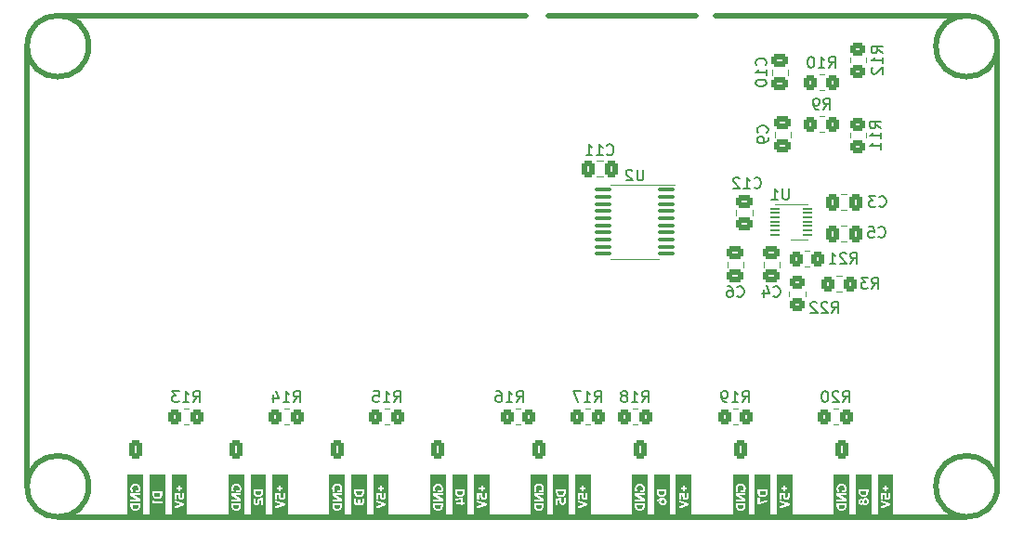
<source format=gbo>
%TF.GenerationSoftware,KiCad,Pcbnew,(6.0.6)*%
%TF.CreationDate,2022-06-26T20:30:04-07:00*%
%TF.ProjectId,led_controller-rounded,6c65645f-636f-46e7-9472-6f6c6c65722d,rev?*%
%TF.SameCoordinates,Original*%
%TF.FileFunction,Legend,Bot*%
%TF.FilePolarity,Positive*%
%FSLAX46Y46*%
G04 Gerber Fmt 4.6, Leading zero omitted, Abs format (unit mm)*
G04 Created by KiCad (PCBNEW (6.0.6)) date 2022-06-26 20:30:04*
%MOMM*%
%LPD*%
G01*
G04 APERTURE LIST*
G04 Aperture macros list*
%AMRoundRect*
0 Rectangle with rounded corners*
0 $1 Rounding radius*
0 $2 $3 $4 $5 $6 $7 $8 $9 X,Y pos of 4 corners*
0 Add a 4 corners polygon primitive as box body*
4,1,4,$2,$3,$4,$5,$6,$7,$8,$9,$2,$3,0*
0 Add four circle primitives for the rounded corners*
1,1,$1+$1,$2,$3*
1,1,$1+$1,$4,$5*
1,1,$1+$1,$6,$7*
1,1,$1+$1,$8,$9*
0 Add four rect primitives between the rounded corners*
20,1,$1+$1,$2,$3,$4,$5,0*
20,1,$1+$1,$4,$5,$6,$7,0*
20,1,$1+$1,$6,$7,$8,$9,0*
20,1,$1+$1,$8,$9,$2,$3,0*%
G04 Aperture macros list end*
%ADD10C,0.508000*%
%ADD11C,0.150000*%
%ADD12C,0.120000*%
%ADD13RoundRect,0.250000X-0.350000X-0.625000X0.350000X-0.625000X0.350000X0.625000X-0.350000X0.625000X0*%
%ADD14O,1.200000X1.750000*%
%ADD15R,2.500000X2.500000*%
%ADD16C,2.500000*%
%ADD17C,4.500000*%
%ADD18C,2.540000*%
%ADD19C,1.700000*%
%ADD20O,1.700000X1.700000*%
%ADD21R,2.000000X2.000000*%
%ADD22C,2.000000*%
%ADD23R,3.200000X2.000000*%
%ADD24C,1.600000*%
%ADD25R,1.378000X1.378000*%
%ADD26C,1.378000*%
%ADD27RoundRect,0.250000X-0.350000X-0.450000X0.350000X-0.450000X0.350000X0.450000X-0.350000X0.450000X0*%
%ADD28RoundRect,0.250000X0.450000X-0.350000X0.450000X0.350000X-0.450000X0.350000X-0.450000X-0.350000X0*%
%ADD29RoundRect,0.250000X0.475000X-0.337500X0.475000X0.337500X-0.475000X0.337500X-0.475000X-0.337500X0*%
%ADD30RoundRect,0.250000X-0.475000X0.337500X-0.475000X-0.337500X0.475000X-0.337500X0.475000X0.337500X0*%
%ADD31RoundRect,0.250000X-0.337500X-0.475000X0.337500X-0.475000X0.337500X0.475000X-0.337500X0.475000X0*%
%ADD32RoundRect,0.250000X0.350000X0.450000X-0.350000X0.450000X-0.350000X-0.450000X0.350000X-0.450000X0*%
%ADD33RoundRect,0.050000X-0.337500X-0.050000X0.337500X-0.050000X0.337500X0.050000X-0.337500X0.050000X0*%
%ADD34R,1.780000X2.350000*%
%ADD35RoundRect,0.250000X-0.450000X0.350000X-0.450000X-0.350000X0.450000X-0.350000X0.450000X0.350000X0*%
%ADD36RoundRect,0.100000X0.637500X0.100000X-0.637500X0.100000X-0.637500X-0.100000X0.637500X-0.100000X0*%
%ADD37RoundRect,0.250000X0.337500X0.475000X-0.337500X0.475000X-0.337500X-0.475000X0.337500X-0.475000X0*%
G04 APERTURE END LIST*
D10*
X178816000Y-90170000D02*
X178816000Y-130302000D01*
X93218000Y-87376000D02*
X135890000Y-87376000D01*
X96012000Y-90170000D02*
G75*
G03*
X96012000Y-90170000I-2794000J0D01*
G01*
X153162000Y-87376000D02*
X176022000Y-87376000D01*
X90424000Y-90170000D02*
X90424000Y-130302000D01*
X178816000Y-130302000D02*
G75*
G03*
X178816000Y-130302000I-2794000J0D01*
G01*
X178816000Y-90170000D02*
G75*
G03*
X178816000Y-90170000I-2794000J0D01*
G01*
X96012000Y-130302000D02*
G75*
G03*
X96012000Y-130302000I-2794000J0D01*
G01*
X93218000Y-133096000D02*
X176022000Y-133096000D01*
X137922000Y-87376000D02*
X151384000Y-87376000D01*
D11*
X114688857Y-122626380D02*
X115022190Y-122150190D01*
X115260285Y-122626380D02*
X115260285Y-121626380D01*
X114879333Y-121626380D01*
X114784095Y-121674000D01*
X114736476Y-121721619D01*
X114688857Y-121816857D01*
X114688857Y-121959714D01*
X114736476Y-122054952D01*
X114784095Y-122102571D01*
X114879333Y-122150190D01*
X115260285Y-122150190D01*
X113736476Y-122626380D02*
X114307904Y-122626380D01*
X114022190Y-122626380D02*
X114022190Y-121626380D01*
X114117428Y-121769238D01*
X114212666Y-121864476D01*
X114307904Y-121912095D01*
X112879333Y-121959714D02*
X112879333Y-122626380D01*
X113117428Y-121578761D02*
X113355523Y-122293047D01*
X112736476Y-122293047D01*
X135008857Y-122626380D02*
X135342190Y-122150190D01*
X135580285Y-122626380D02*
X135580285Y-121626380D01*
X135199333Y-121626380D01*
X135104095Y-121674000D01*
X135056476Y-121721619D01*
X135008857Y-121816857D01*
X135008857Y-121959714D01*
X135056476Y-122054952D01*
X135104095Y-122102571D01*
X135199333Y-122150190D01*
X135580285Y-122150190D01*
X134056476Y-122626380D02*
X134627904Y-122626380D01*
X134342190Y-122626380D02*
X134342190Y-121626380D01*
X134437428Y-121769238D01*
X134532666Y-121864476D01*
X134627904Y-121912095D01*
X133199333Y-121626380D02*
X133389809Y-121626380D01*
X133485047Y-121674000D01*
X133532666Y-121721619D01*
X133627904Y-121864476D01*
X133675523Y-122054952D01*
X133675523Y-122435904D01*
X133627904Y-122531142D01*
X133580285Y-122578761D01*
X133485047Y-122626380D01*
X133294571Y-122626380D01*
X133199333Y-122578761D01*
X133151714Y-122531142D01*
X133104095Y-122435904D01*
X133104095Y-122197809D01*
X133151714Y-122102571D01*
X133199333Y-122054952D01*
X133294571Y-122007333D01*
X133485047Y-122007333D01*
X133580285Y-122054952D01*
X133627904Y-122102571D01*
X133675523Y-122197809D01*
X168218380Y-97655142D02*
X167742190Y-97321809D01*
X168218380Y-97083714D02*
X167218380Y-97083714D01*
X167218380Y-97464666D01*
X167266000Y-97559904D01*
X167313619Y-97607523D01*
X167408857Y-97655142D01*
X167551714Y-97655142D01*
X167646952Y-97607523D01*
X167694571Y-97559904D01*
X167742190Y-97464666D01*
X167742190Y-97083714D01*
X168218380Y-98607523D02*
X168218380Y-98036095D01*
X168218380Y-98321809D02*
X167218380Y-98321809D01*
X167361238Y-98226571D01*
X167456476Y-98131333D01*
X167504095Y-98036095D01*
X168218380Y-99559904D02*
X168218380Y-98988476D01*
X168218380Y-99274190D02*
X167218380Y-99274190D01*
X167361238Y-99178952D01*
X167456476Y-99083714D01*
X167504095Y-98988476D01*
X163456857Y-92146380D02*
X163790190Y-91670190D01*
X164028285Y-92146380D02*
X164028285Y-91146380D01*
X163647333Y-91146380D01*
X163552095Y-91194000D01*
X163504476Y-91241619D01*
X163456857Y-91336857D01*
X163456857Y-91479714D01*
X163504476Y-91574952D01*
X163552095Y-91622571D01*
X163647333Y-91670190D01*
X164028285Y-91670190D01*
X162504476Y-92146380D02*
X163075904Y-92146380D01*
X162790190Y-92146380D02*
X162790190Y-91146380D01*
X162885428Y-91289238D01*
X162980666Y-91384476D01*
X163075904Y-91432095D01*
X161885428Y-91146380D02*
X161790190Y-91146380D01*
X161694952Y-91194000D01*
X161647333Y-91241619D01*
X161599714Y-91336857D01*
X161552095Y-91527333D01*
X161552095Y-91765428D01*
X161599714Y-91955904D01*
X161647333Y-92051142D01*
X161694952Y-92098761D01*
X161790190Y-92146380D01*
X161885428Y-92146380D01*
X161980666Y-92098761D01*
X162028285Y-92051142D01*
X162075904Y-91955904D01*
X162123523Y-91765428D01*
X162123523Y-91527333D01*
X162075904Y-91336857D01*
X162028285Y-91241619D01*
X161980666Y-91194000D01*
X161885428Y-91146380D01*
X156661857Y-103054142D02*
X156709476Y-103101761D01*
X156852333Y-103149380D01*
X156947571Y-103149380D01*
X157090428Y-103101761D01*
X157185666Y-103006523D01*
X157233285Y-102911285D01*
X157280904Y-102720809D01*
X157280904Y-102577952D01*
X157233285Y-102387476D01*
X157185666Y-102292238D01*
X157090428Y-102197000D01*
X156947571Y-102149380D01*
X156852333Y-102149380D01*
X156709476Y-102197000D01*
X156661857Y-102244619D01*
X155709476Y-103149380D02*
X156280904Y-103149380D01*
X155995190Y-103149380D02*
X155995190Y-102149380D01*
X156090428Y-102292238D01*
X156185666Y-102387476D01*
X156280904Y-102435095D01*
X155328523Y-102244619D02*
X155280904Y-102197000D01*
X155185666Y-102149380D01*
X154947571Y-102149380D01*
X154852333Y-102197000D01*
X154804714Y-102244619D01*
X154757095Y-102339857D01*
X154757095Y-102435095D01*
X154804714Y-102577952D01*
X155376142Y-103149380D01*
X154757095Y-103149380D01*
X158408666Y-112939642D02*
X158456285Y-112987261D01*
X158599142Y-113034880D01*
X158694380Y-113034880D01*
X158837238Y-112987261D01*
X158932476Y-112892023D01*
X158980095Y-112796785D01*
X159027714Y-112606309D01*
X159027714Y-112463452D01*
X158980095Y-112272976D01*
X158932476Y-112177738D01*
X158837238Y-112082500D01*
X158694380Y-112034880D01*
X158599142Y-112034880D01*
X158456285Y-112082500D01*
X158408666Y-112130119D01*
X157551523Y-112368214D02*
X157551523Y-113034880D01*
X157789619Y-111987261D02*
X158027714Y-112701547D01*
X157408666Y-112701547D01*
X163710857Y-114498380D02*
X164044190Y-114022190D01*
X164282285Y-114498380D02*
X164282285Y-113498380D01*
X163901333Y-113498380D01*
X163806095Y-113546000D01*
X163758476Y-113593619D01*
X163710857Y-113688857D01*
X163710857Y-113831714D01*
X163758476Y-113926952D01*
X163806095Y-113974571D01*
X163901333Y-114022190D01*
X164282285Y-114022190D01*
X163329904Y-113593619D02*
X163282285Y-113546000D01*
X163187047Y-113498380D01*
X162948952Y-113498380D01*
X162853714Y-113546000D01*
X162806095Y-113593619D01*
X162758476Y-113688857D01*
X162758476Y-113784095D01*
X162806095Y-113926952D01*
X163377523Y-114498380D01*
X162758476Y-114498380D01*
X162377523Y-113593619D02*
X162329904Y-113546000D01*
X162234666Y-113498380D01*
X161996571Y-113498380D01*
X161901333Y-113546000D01*
X161853714Y-113593619D01*
X161806095Y-113688857D01*
X161806095Y-113784095D01*
X161853714Y-113926952D01*
X162425142Y-114498380D01*
X161806095Y-114498380D01*
X168060666Y-104751142D02*
X168108285Y-104798761D01*
X168251142Y-104846380D01*
X168346380Y-104846380D01*
X168489238Y-104798761D01*
X168584476Y-104703523D01*
X168632095Y-104608285D01*
X168679714Y-104417809D01*
X168679714Y-104274952D01*
X168632095Y-104084476D01*
X168584476Y-103989238D01*
X168489238Y-103894000D01*
X168346380Y-103846380D01*
X168251142Y-103846380D01*
X168108285Y-103894000D01*
X168060666Y-103941619D01*
X167727333Y-103846380D02*
X167108285Y-103846380D01*
X167441619Y-104227333D01*
X167298761Y-104227333D01*
X167203523Y-104274952D01*
X167155904Y-104322571D01*
X167108285Y-104417809D01*
X167108285Y-104655904D01*
X167155904Y-104751142D01*
X167203523Y-104798761D01*
X167298761Y-104846380D01*
X167584476Y-104846380D01*
X167679714Y-104798761D01*
X167727333Y-104751142D01*
X105544857Y-122626380D02*
X105878190Y-122150190D01*
X106116285Y-122626380D02*
X106116285Y-121626380D01*
X105735333Y-121626380D01*
X105640095Y-121674000D01*
X105592476Y-121721619D01*
X105544857Y-121816857D01*
X105544857Y-121959714D01*
X105592476Y-122054952D01*
X105640095Y-122102571D01*
X105735333Y-122150190D01*
X106116285Y-122150190D01*
X104592476Y-122626380D02*
X105163904Y-122626380D01*
X104878190Y-122626380D02*
X104878190Y-121626380D01*
X104973428Y-121769238D01*
X105068666Y-121864476D01*
X105163904Y-121912095D01*
X104259142Y-121626380D02*
X103640095Y-121626380D01*
X103973428Y-122007333D01*
X103830571Y-122007333D01*
X103735333Y-122054952D01*
X103687714Y-122102571D01*
X103640095Y-122197809D01*
X103640095Y-122435904D01*
X103687714Y-122531142D01*
X103735333Y-122578761D01*
X103830571Y-122626380D01*
X104116285Y-122626380D01*
X104211523Y-122578761D01*
X104259142Y-122531142D01*
X146438857Y-122626380D02*
X146772190Y-122150190D01*
X147010285Y-122626380D02*
X147010285Y-121626380D01*
X146629333Y-121626380D01*
X146534095Y-121674000D01*
X146486476Y-121721619D01*
X146438857Y-121816857D01*
X146438857Y-121959714D01*
X146486476Y-122054952D01*
X146534095Y-122102571D01*
X146629333Y-122150190D01*
X147010285Y-122150190D01*
X145486476Y-122626380D02*
X146057904Y-122626380D01*
X145772190Y-122626380D02*
X145772190Y-121626380D01*
X145867428Y-121769238D01*
X145962666Y-121864476D01*
X146057904Y-121912095D01*
X144915047Y-122054952D02*
X145010285Y-122007333D01*
X145057904Y-121959714D01*
X145105523Y-121864476D01*
X145105523Y-121816857D01*
X145057904Y-121721619D01*
X145010285Y-121674000D01*
X144915047Y-121626380D01*
X144724571Y-121626380D01*
X144629333Y-121674000D01*
X144581714Y-121721619D01*
X144534095Y-121816857D01*
X144534095Y-121864476D01*
X144581714Y-121959714D01*
X144629333Y-122007333D01*
X144724571Y-122054952D01*
X144915047Y-122054952D01*
X145010285Y-122102571D01*
X145057904Y-122150190D01*
X145105523Y-122245428D01*
X145105523Y-122435904D01*
X145057904Y-122531142D01*
X145010285Y-122578761D01*
X144915047Y-122626380D01*
X144724571Y-122626380D01*
X144629333Y-122578761D01*
X144581714Y-122531142D01*
X144534095Y-122435904D01*
X144534095Y-122245428D01*
X144581714Y-122150190D01*
X144629333Y-122102571D01*
X144724571Y-122054952D01*
X159828904Y-103166380D02*
X159828904Y-103975904D01*
X159781285Y-104071142D01*
X159733666Y-104118761D01*
X159638428Y-104166380D01*
X159447952Y-104166380D01*
X159352714Y-104118761D01*
X159305095Y-104071142D01*
X159257476Y-103975904D01*
X159257476Y-103166380D01*
X158257476Y-104166380D02*
X158828904Y-104166380D01*
X158543190Y-104166380D02*
X158543190Y-103166380D01*
X158638428Y-103309238D01*
X158733666Y-103404476D01*
X158828904Y-103452095D01*
X168346380Y-90797142D02*
X167870190Y-90463809D01*
X168346380Y-90225714D02*
X167346380Y-90225714D01*
X167346380Y-90606666D01*
X167394000Y-90701904D01*
X167441619Y-90749523D01*
X167536857Y-90797142D01*
X167679714Y-90797142D01*
X167774952Y-90749523D01*
X167822571Y-90701904D01*
X167870190Y-90606666D01*
X167870190Y-90225714D01*
X168346380Y-91749523D02*
X168346380Y-91178095D01*
X168346380Y-91463809D02*
X167346380Y-91463809D01*
X167489238Y-91368571D01*
X167584476Y-91273333D01*
X167632095Y-91178095D01*
X167441619Y-92130476D02*
X167394000Y-92178095D01*
X167346380Y-92273333D01*
X167346380Y-92511428D01*
X167394000Y-92606666D01*
X167441619Y-92654285D01*
X167536857Y-92701904D01*
X167632095Y-92701904D01*
X167774952Y-92654285D01*
X168346380Y-92082857D01*
X168346380Y-92701904D01*
X146557904Y-101424380D02*
X146557904Y-102233904D01*
X146510285Y-102329142D01*
X146462666Y-102376761D01*
X146367428Y-102424380D01*
X146176952Y-102424380D01*
X146081714Y-102376761D01*
X146034095Y-102329142D01*
X145986476Y-102233904D01*
X145986476Y-101424380D01*
X145557904Y-101519619D02*
X145510285Y-101472000D01*
X145415047Y-101424380D01*
X145176952Y-101424380D01*
X145081714Y-101472000D01*
X145034095Y-101519619D01*
X144986476Y-101614857D01*
X144986476Y-101710095D01*
X145034095Y-101852952D01*
X145605523Y-102424380D01*
X144986476Y-102424380D01*
X143242357Y-100023142D02*
X143289976Y-100070761D01*
X143432833Y-100118380D01*
X143528071Y-100118380D01*
X143670928Y-100070761D01*
X143766166Y-99975523D01*
X143813785Y-99880285D01*
X143861404Y-99689809D01*
X143861404Y-99546952D01*
X143813785Y-99356476D01*
X143766166Y-99261238D01*
X143670928Y-99166000D01*
X143528071Y-99118380D01*
X143432833Y-99118380D01*
X143289976Y-99166000D01*
X143242357Y-99213619D01*
X142289976Y-100118380D02*
X142861404Y-100118380D01*
X142575690Y-100118380D02*
X142575690Y-99118380D01*
X142670928Y-99261238D01*
X142766166Y-99356476D01*
X142861404Y-99404095D01*
X141337595Y-100118380D02*
X141909023Y-100118380D01*
X141623309Y-100118380D02*
X141623309Y-99118380D01*
X141718547Y-99261238D01*
X141813785Y-99356476D01*
X141909023Y-99404095D01*
X164726857Y-122626380D02*
X165060190Y-122150190D01*
X165298285Y-122626380D02*
X165298285Y-121626380D01*
X164917333Y-121626380D01*
X164822095Y-121674000D01*
X164774476Y-121721619D01*
X164726857Y-121816857D01*
X164726857Y-121959714D01*
X164774476Y-122054952D01*
X164822095Y-122102571D01*
X164917333Y-122150190D01*
X165298285Y-122150190D01*
X164345904Y-121721619D02*
X164298285Y-121674000D01*
X164203047Y-121626380D01*
X163964952Y-121626380D01*
X163869714Y-121674000D01*
X163822095Y-121721619D01*
X163774476Y-121816857D01*
X163774476Y-121912095D01*
X163822095Y-122054952D01*
X164393523Y-122626380D01*
X163774476Y-122626380D01*
X163155428Y-121626380D02*
X163060190Y-121626380D01*
X162964952Y-121674000D01*
X162917333Y-121721619D01*
X162869714Y-121816857D01*
X162822095Y-122007333D01*
X162822095Y-122245428D01*
X162869714Y-122435904D01*
X162917333Y-122531142D01*
X162964952Y-122578761D01*
X163060190Y-122626380D01*
X163155428Y-122626380D01*
X163250666Y-122578761D01*
X163298285Y-122531142D01*
X163345904Y-122435904D01*
X163393523Y-122245428D01*
X163393523Y-122007333D01*
X163345904Y-121816857D01*
X163298285Y-121721619D01*
X163250666Y-121674000D01*
X163155428Y-121626380D01*
X162980666Y-95956380D02*
X163314000Y-95480190D01*
X163552095Y-95956380D02*
X163552095Y-94956380D01*
X163171142Y-94956380D01*
X163075904Y-95004000D01*
X163028285Y-95051619D01*
X162980666Y-95146857D01*
X162980666Y-95289714D01*
X163028285Y-95384952D01*
X163075904Y-95432571D01*
X163171142Y-95480190D01*
X163552095Y-95480190D01*
X162504476Y-95956380D02*
X162314000Y-95956380D01*
X162218761Y-95908761D01*
X162171142Y-95861142D01*
X162075904Y-95718285D01*
X162028285Y-95527809D01*
X162028285Y-95146857D01*
X162075904Y-95051619D01*
X162123523Y-95004000D01*
X162218761Y-94956380D01*
X162409238Y-94956380D01*
X162504476Y-95004000D01*
X162552095Y-95051619D01*
X162599714Y-95146857D01*
X162599714Y-95384952D01*
X162552095Y-95480190D01*
X162504476Y-95527809D01*
X162409238Y-95575428D01*
X162218761Y-95575428D01*
X162123523Y-95527809D01*
X162075904Y-95480190D01*
X162028285Y-95384952D01*
X157837142Y-98045333D02*
X157884761Y-97997714D01*
X157932380Y-97854857D01*
X157932380Y-97759619D01*
X157884761Y-97616761D01*
X157789523Y-97521523D01*
X157694285Y-97473904D01*
X157503809Y-97426285D01*
X157360952Y-97426285D01*
X157170476Y-97473904D01*
X157075238Y-97521523D01*
X156980000Y-97616761D01*
X156932380Y-97759619D01*
X156932380Y-97854857D01*
X156980000Y-97997714D01*
X157027619Y-98045333D01*
X157932380Y-98521523D02*
X157932380Y-98712000D01*
X157884761Y-98807238D01*
X157837142Y-98854857D01*
X157694285Y-98950095D01*
X157503809Y-98997714D01*
X157122857Y-98997714D01*
X157027619Y-98950095D01*
X156980000Y-98902476D01*
X156932380Y-98807238D01*
X156932380Y-98616761D01*
X156980000Y-98521523D01*
X157027619Y-98473904D01*
X157122857Y-98426285D01*
X157360952Y-98426285D01*
X157456190Y-98473904D01*
X157503809Y-98521523D01*
X157551428Y-98616761D01*
X157551428Y-98807238D01*
X157503809Y-98902476D01*
X157456190Y-98950095D01*
X157360952Y-98997714D01*
X165435857Y-110008380D02*
X165769190Y-109532190D01*
X166007285Y-110008380D02*
X166007285Y-109008380D01*
X165626333Y-109008380D01*
X165531095Y-109056000D01*
X165483476Y-109103619D01*
X165435857Y-109198857D01*
X165435857Y-109341714D01*
X165483476Y-109436952D01*
X165531095Y-109484571D01*
X165626333Y-109532190D01*
X166007285Y-109532190D01*
X165054904Y-109103619D02*
X165007285Y-109056000D01*
X164912047Y-109008380D01*
X164673952Y-109008380D01*
X164578714Y-109056000D01*
X164531095Y-109103619D01*
X164483476Y-109198857D01*
X164483476Y-109294095D01*
X164531095Y-109436952D01*
X165102523Y-110008380D01*
X164483476Y-110008380D01*
X163531095Y-110008380D02*
X164102523Y-110008380D01*
X163816809Y-110008380D02*
X163816809Y-109008380D01*
X163912047Y-109151238D01*
X164007285Y-109246476D01*
X164102523Y-109294095D01*
X155106666Y-112961142D02*
X155154285Y-113008761D01*
X155297142Y-113056380D01*
X155392380Y-113056380D01*
X155535238Y-113008761D01*
X155630476Y-112913523D01*
X155678095Y-112818285D01*
X155725714Y-112627809D01*
X155725714Y-112484952D01*
X155678095Y-112294476D01*
X155630476Y-112199238D01*
X155535238Y-112104000D01*
X155392380Y-112056380D01*
X155297142Y-112056380D01*
X155154285Y-112104000D01*
X155106666Y-112151619D01*
X154249523Y-112056380D02*
X154440000Y-112056380D01*
X154535238Y-112104000D01*
X154582857Y-112151619D01*
X154678095Y-112294476D01*
X154725714Y-112484952D01*
X154725714Y-112865904D01*
X154678095Y-112961142D01*
X154630476Y-113008761D01*
X154535238Y-113056380D01*
X154344761Y-113056380D01*
X154249523Y-113008761D01*
X154201904Y-112961142D01*
X154154285Y-112865904D01*
X154154285Y-112627809D01*
X154201904Y-112532571D01*
X154249523Y-112484952D01*
X154344761Y-112437333D01*
X154535238Y-112437333D01*
X154630476Y-112484952D01*
X154678095Y-112532571D01*
X154725714Y-112627809D01*
X167361666Y-112294380D02*
X167695000Y-111818190D01*
X167933095Y-112294380D02*
X167933095Y-111294380D01*
X167552142Y-111294380D01*
X167456904Y-111342000D01*
X167409285Y-111389619D01*
X167361666Y-111484857D01*
X167361666Y-111627714D01*
X167409285Y-111722952D01*
X167456904Y-111770571D01*
X167552142Y-111818190D01*
X167933095Y-111818190D01*
X167028333Y-111294380D02*
X166409285Y-111294380D01*
X166742619Y-111675333D01*
X166599761Y-111675333D01*
X166504523Y-111722952D01*
X166456904Y-111770571D01*
X166409285Y-111865809D01*
X166409285Y-112103904D01*
X166456904Y-112199142D01*
X166504523Y-112246761D01*
X166599761Y-112294380D01*
X166885476Y-112294380D01*
X166980714Y-112246761D01*
X167028333Y-112199142D01*
X155582857Y-122626380D02*
X155916190Y-122150190D01*
X156154285Y-122626380D02*
X156154285Y-121626380D01*
X155773333Y-121626380D01*
X155678095Y-121674000D01*
X155630476Y-121721619D01*
X155582857Y-121816857D01*
X155582857Y-121959714D01*
X155630476Y-122054952D01*
X155678095Y-122102571D01*
X155773333Y-122150190D01*
X156154285Y-122150190D01*
X154630476Y-122626380D02*
X155201904Y-122626380D01*
X154916190Y-122626380D02*
X154916190Y-121626380D01*
X155011428Y-121769238D01*
X155106666Y-121864476D01*
X155201904Y-121912095D01*
X154154285Y-122626380D02*
X153963809Y-122626380D01*
X153868571Y-122578761D01*
X153820952Y-122531142D01*
X153725714Y-122388285D01*
X153678095Y-122197809D01*
X153678095Y-121816857D01*
X153725714Y-121721619D01*
X153773333Y-121674000D01*
X153868571Y-121626380D01*
X154059047Y-121626380D01*
X154154285Y-121674000D01*
X154201904Y-121721619D01*
X154249523Y-121816857D01*
X154249523Y-122054952D01*
X154201904Y-122150190D01*
X154154285Y-122197809D01*
X154059047Y-122245428D01*
X153868571Y-122245428D01*
X153773333Y-122197809D01*
X153725714Y-122150190D01*
X153678095Y-122054952D01*
X123832857Y-122626380D02*
X124166190Y-122150190D01*
X124404285Y-122626380D02*
X124404285Y-121626380D01*
X124023333Y-121626380D01*
X123928095Y-121674000D01*
X123880476Y-121721619D01*
X123832857Y-121816857D01*
X123832857Y-121959714D01*
X123880476Y-122054952D01*
X123928095Y-122102571D01*
X124023333Y-122150190D01*
X124404285Y-122150190D01*
X122880476Y-122626380D02*
X123451904Y-122626380D01*
X123166190Y-122626380D02*
X123166190Y-121626380D01*
X123261428Y-121769238D01*
X123356666Y-121864476D01*
X123451904Y-121912095D01*
X121975714Y-121626380D02*
X122451904Y-121626380D01*
X122499523Y-122102571D01*
X122451904Y-122054952D01*
X122356666Y-122007333D01*
X122118571Y-122007333D01*
X122023333Y-122054952D01*
X121975714Y-122102571D01*
X121928095Y-122197809D01*
X121928095Y-122435904D01*
X121975714Y-122531142D01*
X122023333Y-122578761D01*
X122118571Y-122626380D01*
X122356666Y-122626380D01*
X122451904Y-122578761D01*
X122499523Y-122531142D01*
X167997666Y-107545142D02*
X168045285Y-107592761D01*
X168188142Y-107640380D01*
X168283380Y-107640380D01*
X168426238Y-107592761D01*
X168521476Y-107497523D01*
X168569095Y-107402285D01*
X168616714Y-107211809D01*
X168616714Y-107068952D01*
X168569095Y-106878476D01*
X168521476Y-106783238D01*
X168426238Y-106688000D01*
X168283380Y-106640380D01*
X168188142Y-106640380D01*
X168045285Y-106688000D01*
X167997666Y-106735619D01*
X167092904Y-106640380D02*
X167569095Y-106640380D01*
X167616714Y-107116571D01*
X167569095Y-107068952D01*
X167473857Y-107021333D01*
X167235761Y-107021333D01*
X167140523Y-107068952D01*
X167092904Y-107116571D01*
X167045285Y-107211809D01*
X167045285Y-107449904D01*
X167092904Y-107545142D01*
X167140523Y-107592761D01*
X167235761Y-107640380D01*
X167473857Y-107640380D01*
X167569095Y-107592761D01*
X167616714Y-107545142D01*
X157681142Y-91899142D02*
X157728761Y-91851523D01*
X157776380Y-91708666D01*
X157776380Y-91613428D01*
X157728761Y-91470571D01*
X157633523Y-91375333D01*
X157538285Y-91327714D01*
X157347809Y-91280095D01*
X157204952Y-91280095D01*
X157014476Y-91327714D01*
X156919238Y-91375333D01*
X156824000Y-91470571D01*
X156776380Y-91613428D01*
X156776380Y-91708666D01*
X156824000Y-91851523D01*
X156871619Y-91899142D01*
X157776380Y-92851523D02*
X157776380Y-92280095D01*
X157776380Y-92565809D02*
X156776380Y-92565809D01*
X156919238Y-92470571D01*
X157014476Y-92375333D01*
X157062095Y-92280095D01*
X156776380Y-93470571D02*
X156776380Y-93565809D01*
X156824000Y-93661047D01*
X156871619Y-93708666D01*
X156966857Y-93756285D01*
X157157333Y-93803904D01*
X157395428Y-93803904D01*
X157585904Y-93756285D01*
X157681142Y-93708666D01*
X157728761Y-93661047D01*
X157776380Y-93565809D01*
X157776380Y-93470571D01*
X157728761Y-93375333D01*
X157681142Y-93327714D01*
X157585904Y-93280095D01*
X157395428Y-93232476D01*
X157157333Y-93232476D01*
X156966857Y-93280095D01*
X156871619Y-93327714D01*
X156824000Y-93375333D01*
X156776380Y-93470571D01*
X142120857Y-122626380D02*
X142454190Y-122150190D01*
X142692285Y-122626380D02*
X142692285Y-121626380D01*
X142311333Y-121626380D01*
X142216095Y-121674000D01*
X142168476Y-121721619D01*
X142120857Y-121816857D01*
X142120857Y-121959714D01*
X142168476Y-122054952D01*
X142216095Y-122102571D01*
X142311333Y-122150190D01*
X142692285Y-122150190D01*
X141168476Y-122626380D02*
X141739904Y-122626380D01*
X141454190Y-122626380D02*
X141454190Y-121626380D01*
X141549428Y-121769238D01*
X141644666Y-121864476D01*
X141739904Y-121912095D01*
X140835142Y-121626380D02*
X140168476Y-121626380D01*
X140597047Y-122626380D01*
D12*
X113818936Y-124687000D02*
X114273064Y-124687000D01*
X113818936Y-123217000D02*
X114273064Y-123217000D01*
X134916936Y-123217000D02*
X135371064Y-123217000D01*
X134916936Y-124687000D02*
X135371064Y-124687000D01*
X166851000Y-98525064D02*
X166851000Y-98070936D01*
X165381000Y-98525064D02*
X165381000Y-98070936D01*
G36*
X118931300Y-132088830D02*
G01*
X118926106Y-132142393D01*
X118910526Y-132192700D01*
X118853475Y-132277656D01*
X118768519Y-132334707D01*
X118718212Y-132350287D01*
X118664649Y-132355481D01*
X118611164Y-132350287D01*
X118561090Y-132334707D01*
X118476444Y-132277656D01*
X118419083Y-132192700D01*
X118403270Y-132142393D01*
X118397999Y-132088830D01*
X118397999Y-132000154D01*
X118931300Y-132000154D01*
X118931300Y-132088830D01*
G37*
G36*
X117945520Y-133343121D02*
G01*
X117945520Y-132088830D01*
X118220025Y-132088830D01*
X118223978Y-132149059D01*
X118235838Y-132206963D01*
X118254984Y-132261921D01*
X118280797Y-132313313D01*
X118312810Y-132360597D01*
X118350560Y-132403230D01*
X118393348Y-132440747D01*
X118440477Y-132472683D01*
X118491636Y-132498495D01*
X118546517Y-132517642D01*
X118604420Y-132529501D01*
X118664649Y-132533454D01*
X118724878Y-132529501D01*
X118782781Y-132517642D01*
X118837662Y-132498495D01*
X118888821Y-132472683D01*
X118935950Y-132440747D01*
X118978738Y-132403230D01*
X119016488Y-132360597D01*
X119048502Y-132313313D01*
X119074314Y-132261921D01*
X119093460Y-132206963D01*
X119105320Y-132149059D01*
X119109273Y-132088830D01*
X119109273Y-131820940D01*
X118220025Y-131820940D01*
X118220025Y-132088830D01*
X117945520Y-132088830D01*
X117945520Y-131655989D01*
X118220025Y-131655989D01*
X119109273Y-131655989D01*
X119109273Y-131465613D01*
X118523883Y-131122688D01*
X119109273Y-131122688D01*
X119109273Y-130944714D01*
X118220025Y-130944714D01*
X118220025Y-131135090D01*
X118806036Y-131478015D01*
X118220025Y-131478015D01*
X118220025Y-131655989D01*
X117945520Y-131655989D01*
X117945520Y-130510632D01*
X118210103Y-130510632D01*
X118217157Y-130591558D01*
X118238319Y-130669382D01*
X118272658Y-130742091D01*
X118319244Y-130807668D01*
X118474273Y-130714651D01*
X118437764Y-130671243D01*
X118410091Y-130621633D01*
X118392650Y-130567528D01*
X118386837Y-130510632D01*
X118392418Y-130454124D01*
X118409161Y-130401182D01*
X118435438Y-130353200D01*
X118469622Y-130311575D01*
X118511015Y-130277158D01*
X118558919Y-130250803D01*
X118611862Y-130234060D01*
X118668370Y-130228479D01*
X118725421Y-130234060D01*
X118778751Y-130250803D01*
X118826965Y-130277158D01*
X118868668Y-130311575D01*
X118903084Y-130353200D01*
X118929439Y-130401182D01*
X118946182Y-130454124D01*
X118951763Y-130510632D01*
X118943702Y-130575745D01*
X118921378Y-130635896D01*
X118668370Y-130635896D01*
X118668370Y-130807668D01*
X119019356Y-130807668D01*
X119065942Y-130742091D01*
X119100281Y-130669382D01*
X119121443Y-130591558D01*
X119128497Y-130510632D01*
X119124389Y-130448543D01*
X119112064Y-130388779D01*
X119092220Y-130332116D01*
X119065555Y-130279329D01*
X119032534Y-130230649D01*
X118993621Y-130186311D01*
X118949438Y-130147244D01*
X118900604Y-130114377D01*
X118847506Y-130087945D01*
X118790533Y-130068179D01*
X118730537Y-130055854D01*
X118668370Y-130051746D01*
X118606358Y-130055854D01*
X118546827Y-130068179D01*
X118490319Y-130087945D01*
X118437376Y-130114377D01*
X118388542Y-130147244D01*
X118344359Y-130186311D01*
X118305524Y-130230649D01*
X118272735Y-130279329D01*
X118246303Y-130332116D01*
X118226536Y-130388779D01*
X118214211Y-130448543D01*
X118210103Y-130510632D01*
X117945520Y-130510632D01*
X117945520Y-129242079D01*
X119393080Y-129242079D01*
X119393080Y-133343121D01*
X117945520Y-133343121D01*
G37*
G36*
X137315820Y-132088830D02*
G01*
X137310626Y-132142393D01*
X137295046Y-132192700D01*
X137237995Y-132277656D01*
X137153039Y-132334707D01*
X137102732Y-132350287D01*
X137049169Y-132355481D01*
X136995684Y-132350287D01*
X136945610Y-132334707D01*
X136860964Y-132277656D01*
X136803603Y-132192700D01*
X136787790Y-132142393D01*
X136782519Y-132088830D01*
X136782519Y-132000154D01*
X137315820Y-132000154D01*
X137315820Y-132088830D01*
G37*
G36*
X136330040Y-133343121D02*
G01*
X136330040Y-132088830D01*
X136604545Y-132088830D01*
X136608498Y-132149059D01*
X136620358Y-132206963D01*
X136639504Y-132261921D01*
X136665317Y-132313313D01*
X136697330Y-132360597D01*
X136735080Y-132403230D01*
X136777868Y-132440747D01*
X136824997Y-132472683D01*
X136876156Y-132498495D01*
X136931037Y-132517642D01*
X136988940Y-132529501D01*
X137049169Y-132533454D01*
X137109398Y-132529501D01*
X137167301Y-132517642D01*
X137222182Y-132498495D01*
X137273341Y-132472683D01*
X137320470Y-132440747D01*
X137363258Y-132403230D01*
X137401008Y-132360597D01*
X137433022Y-132313313D01*
X137458834Y-132261921D01*
X137477980Y-132206963D01*
X137489840Y-132149059D01*
X137493793Y-132088830D01*
X137493793Y-131820940D01*
X136604545Y-131820940D01*
X136604545Y-132088830D01*
X136330040Y-132088830D01*
X136330040Y-131655989D01*
X136604545Y-131655989D01*
X137493793Y-131655989D01*
X137493793Y-131465613D01*
X136908403Y-131122688D01*
X137493793Y-131122688D01*
X137493793Y-130944714D01*
X136604545Y-130944714D01*
X136604545Y-131135090D01*
X137190556Y-131478015D01*
X136604545Y-131478015D01*
X136604545Y-131655989D01*
X136330040Y-131655989D01*
X136330040Y-130510632D01*
X136594623Y-130510632D01*
X136601677Y-130591558D01*
X136622839Y-130669382D01*
X136657178Y-130742091D01*
X136703764Y-130807668D01*
X136858793Y-130714651D01*
X136822284Y-130671243D01*
X136794611Y-130621633D01*
X136777170Y-130567528D01*
X136771357Y-130510632D01*
X136776938Y-130454124D01*
X136793681Y-130401182D01*
X136819958Y-130353200D01*
X136854142Y-130311575D01*
X136895535Y-130277158D01*
X136943439Y-130250803D01*
X136996382Y-130234060D01*
X137052890Y-130228479D01*
X137109941Y-130234060D01*
X137163271Y-130250803D01*
X137211485Y-130277158D01*
X137253188Y-130311575D01*
X137287604Y-130353200D01*
X137313959Y-130401182D01*
X137330702Y-130454124D01*
X137336283Y-130510632D01*
X137328222Y-130575745D01*
X137305898Y-130635896D01*
X137052890Y-130635896D01*
X137052890Y-130807668D01*
X137403876Y-130807668D01*
X137450462Y-130742091D01*
X137484801Y-130669382D01*
X137505963Y-130591558D01*
X137513017Y-130510632D01*
X137508909Y-130448543D01*
X137496584Y-130388779D01*
X137476740Y-130332116D01*
X137450075Y-130279329D01*
X137417054Y-130230649D01*
X137378141Y-130186311D01*
X137333958Y-130147244D01*
X137285124Y-130114377D01*
X137232026Y-130087945D01*
X137175053Y-130068179D01*
X137115057Y-130055854D01*
X137052890Y-130051746D01*
X136990878Y-130055854D01*
X136931347Y-130068179D01*
X136874839Y-130087945D01*
X136821896Y-130114377D01*
X136773062Y-130147244D01*
X136728879Y-130186311D01*
X136690044Y-130230649D01*
X136657255Y-130279329D01*
X136630823Y-130332116D01*
X136611056Y-130388779D01*
X136598731Y-130448543D01*
X136594623Y-130510632D01*
X136330040Y-130510632D01*
X136330040Y-129242079D01*
X137777600Y-129242079D01*
X137777600Y-133343121D01*
X136330040Y-133343121D01*
G37*
X162586936Y-94207000D02*
X163041064Y-94207000D01*
X162586936Y-92737000D02*
X163041064Y-92737000D01*
G36*
X139759171Y-129242079D02*
G01*
X139759171Y-133343121D01*
X138340757Y-133343121D01*
X138340757Y-131979690D01*
X138605340Y-131979690D01*
X138783314Y-131979690D01*
X138783314Y-131590876D01*
X138935862Y-131574753D01*
X138935862Y-131737224D01*
X138940668Y-131791252D01*
X138955086Y-131842954D01*
X138978573Y-131890470D01*
X139010587Y-131931941D01*
X139050739Y-131966512D01*
X139098643Y-131993332D01*
X139153601Y-132010541D01*
X139214915Y-132016277D01*
X139276772Y-132010541D01*
X139332117Y-131993332D01*
X139380176Y-131966512D01*
X139420174Y-131931941D01*
X139451955Y-131890470D01*
X139475364Y-131842954D01*
X139489782Y-131791252D01*
X139494588Y-131737224D01*
X139494588Y-131378796D01*
X139316614Y-131378796D01*
X139316614Y-131737224D01*
X139311033Y-131773501D01*
X139293050Y-131806367D01*
X139261424Y-131829932D01*
X139214915Y-131838923D01*
X139171197Y-131829932D01*
X139139571Y-131806367D01*
X139120347Y-131773501D01*
X139113836Y-131737224D01*
X139113836Y-131378796D01*
X138605340Y-131430886D01*
X138605340Y-131979690D01*
X138340757Y-131979690D01*
X138340757Y-130836814D01*
X138605340Y-130836814D01*
X138609293Y-130897043D01*
X138621153Y-130954946D01*
X138640299Y-131009904D01*
X138666111Y-131061296D01*
X138698125Y-131108580D01*
X138735875Y-131151213D01*
X138778663Y-131188730D01*
X138825792Y-131220666D01*
X138876951Y-131246479D01*
X138931832Y-131265625D01*
X138989735Y-131277485D01*
X139049964Y-131281438D01*
X139110193Y-131277485D01*
X139168096Y-131265625D01*
X139222977Y-131246479D01*
X139274136Y-131220666D01*
X139321265Y-131188730D01*
X139364053Y-131151213D01*
X139401803Y-131108580D01*
X139433817Y-131061296D01*
X139459629Y-131009904D01*
X139478775Y-130954946D01*
X139490635Y-130897043D01*
X139494588Y-130836814D01*
X139494588Y-130568923D01*
X138605340Y-130568923D01*
X138605340Y-130836814D01*
X138340757Y-130836814D01*
X138340757Y-129242079D01*
X139759171Y-129242079D01*
G37*
G36*
X139316614Y-130836814D02*
G01*
X139311421Y-130890376D01*
X139295840Y-130940683D01*
X139238790Y-131025640D01*
X139153834Y-131082690D01*
X139103527Y-131098271D01*
X139049964Y-131103464D01*
X138996479Y-131098271D01*
X138946404Y-131082690D01*
X138861758Y-131025640D01*
X138804398Y-130940683D01*
X138788585Y-130890376D01*
X138783314Y-130836814D01*
X138783314Y-130748137D01*
X139316614Y-130748137D01*
X139316614Y-130836814D01*
G37*
G36*
X158729133Y-133343121D02*
G01*
X158729133Y-132330056D01*
X158993716Y-132330056D01*
X159882964Y-132037981D01*
X159882964Y-131860007D01*
X158993716Y-131569172D01*
X158993716Y-131771330D01*
X159587168Y-131948684D01*
X158993716Y-132126658D01*
X158993716Y-132330056D01*
X158729133Y-132330056D01*
X158729133Y-131486697D01*
X158993716Y-131486697D01*
X159171690Y-131486697D01*
X159171690Y-131097883D01*
X159324238Y-131081760D01*
X159324238Y-131244231D01*
X159329044Y-131298259D01*
X159343462Y-131349961D01*
X159366949Y-131397477D01*
X159398963Y-131438948D01*
X159439115Y-131473519D01*
X159487019Y-131500339D01*
X159541977Y-131517548D01*
X159603291Y-131523284D01*
X159665148Y-131517548D01*
X159720493Y-131500339D01*
X159768552Y-131473519D01*
X159808550Y-131438948D01*
X159840331Y-131397477D01*
X159863740Y-131349961D01*
X159878158Y-131298259D01*
X159882964Y-131244231D01*
X159882964Y-130885803D01*
X159704990Y-130885803D01*
X159704990Y-131244231D01*
X159699409Y-131280508D01*
X159681426Y-131313374D01*
X159649800Y-131336938D01*
X159603291Y-131345930D01*
X159559573Y-131336938D01*
X159527947Y-131313374D01*
X159508723Y-131280508D01*
X159502212Y-131244231D01*
X159502212Y-130885803D01*
X158993716Y-130937893D01*
X158993716Y-131486697D01*
X158729133Y-131486697D01*
X158729133Y-130600549D01*
X159166729Y-130600549D01*
X159349663Y-130600549D01*
X159349663Y-130776042D01*
X159518335Y-130776042D01*
X159518335Y-130600549D01*
X159687627Y-130600549D01*
X159687627Y-130431257D01*
X159518335Y-130431257D01*
X159518335Y-130255144D01*
X159349663Y-130255144D01*
X159349663Y-130431257D01*
X159166729Y-130431257D01*
X159166729Y-130600549D01*
X158729133Y-130600549D01*
X158729133Y-129242079D01*
X160147547Y-129242079D01*
X160147547Y-133343121D01*
X158729133Y-133343121D01*
G37*
G36*
X166892989Y-130816350D02*
G01*
X166887795Y-130869913D01*
X166872215Y-130920220D01*
X166815164Y-131005176D01*
X166730208Y-131062226D01*
X166679901Y-131077807D01*
X166626338Y-131083000D01*
X166572853Y-131077807D01*
X166522779Y-131062226D01*
X166438133Y-131005176D01*
X166380772Y-130920220D01*
X166364959Y-130869913D01*
X166359688Y-130816350D01*
X166359688Y-130727673D01*
X166892989Y-130727673D01*
X166892989Y-130816350D01*
G37*
G36*
X166465108Y-131577544D02*
G01*
X166497354Y-131603589D01*
X166519058Y-131642346D01*
X166527120Y-131690095D01*
X166519058Y-131737224D01*
X166497354Y-131775981D01*
X166465108Y-131802026D01*
X166424800Y-131811638D01*
X166384183Y-131802026D01*
X166351006Y-131775981D01*
X166328682Y-131737224D01*
X166320621Y-131690095D01*
X166328682Y-131642346D01*
X166351006Y-131603589D01*
X166384183Y-131577544D01*
X166424800Y-131567932D01*
X166465108Y-131577544D01*
G37*
G36*
X166866324Y-131531655D02*
G01*
X166909112Y-131568242D01*
X166937327Y-131622502D01*
X166947559Y-131688855D01*
X166937327Y-131755517D01*
X166909112Y-131810088D01*
X166866324Y-131846675D01*
X166811754Y-131860007D01*
X166756253Y-131846675D01*
X166711295Y-131810088D01*
X166680909Y-131755517D01*
X166669747Y-131688855D01*
X166680909Y-131622502D01*
X166711295Y-131568242D01*
X166756253Y-131531655D01*
X166811754Y-131518323D01*
X166866324Y-131531655D01*
G37*
G36*
X167358490Y-129242079D02*
G01*
X167358490Y-133343121D01*
X165889226Y-133343121D01*
X165889226Y-131688855D01*
X166153809Y-131688855D01*
X166158770Y-131748386D01*
X166173653Y-131804197D01*
X166197140Y-131854814D01*
X166227913Y-131898765D01*
X166307908Y-131962637D01*
X166405577Y-131985891D01*
X166456736Y-131980000D01*
X166506966Y-131963567D01*
X166553165Y-131937832D01*
X166592232Y-131903415D01*
X166633780Y-131958606D01*
X166687110Y-132000774D01*
X166749122Y-132027439D01*
X166816714Y-132036741D01*
X166874540Y-132029919D01*
X166927715Y-132009455D01*
X166975077Y-131977132D01*
X167015462Y-131934731D01*
X167048328Y-131883339D01*
X167073133Y-131824040D01*
X167088713Y-131758618D01*
X167093907Y-131688855D01*
X167088713Y-131619092D01*
X167073133Y-131553669D01*
X167048328Y-131494371D01*
X167015462Y-131442978D01*
X166975077Y-131400578D01*
X166927715Y-131368254D01*
X166874540Y-131347790D01*
X166816714Y-131340969D01*
X166748812Y-131350271D01*
X166686490Y-131377246D01*
X166632850Y-131419724D01*
X166590992Y-131475535D01*
X166552545Y-131441118D01*
X166506656Y-131415073D01*
X166456736Y-131398640D01*
X166405577Y-131393059D01*
X166307908Y-131416313D01*
X166227913Y-131479875D01*
X166197140Y-131523594D01*
X166173653Y-131574133D01*
X166158770Y-131629789D01*
X166153809Y-131688855D01*
X165889226Y-131688855D01*
X165889226Y-130816350D01*
X166181714Y-130816350D01*
X166185668Y-130876579D01*
X166197527Y-130934482D01*
X166216674Y-130989440D01*
X166242486Y-131040832D01*
X166274499Y-131088116D01*
X166312249Y-131130749D01*
X166355037Y-131168267D01*
X166402166Y-131200203D01*
X166453326Y-131226015D01*
X166508206Y-131245161D01*
X166566110Y-131257021D01*
X166626338Y-131260974D01*
X166686567Y-131257021D01*
X166744471Y-131245161D01*
X166799351Y-131226015D01*
X166850511Y-131200203D01*
X166897640Y-131168267D01*
X166940428Y-131130749D01*
X166978177Y-131088116D01*
X167010191Y-131040832D01*
X167036003Y-130989440D01*
X167055150Y-130934482D01*
X167067009Y-130876579D01*
X167070962Y-130816350D01*
X167070962Y-130548459D01*
X166181714Y-130548459D01*
X166181714Y-130816350D01*
X165889226Y-130816350D01*
X165889226Y-129242079D01*
X167358490Y-129242079D01*
G37*
X155030000Y-105626252D02*
X155030000Y-105103748D01*
X156500000Y-105626252D02*
X156500000Y-105103748D01*
X158977000Y-109802748D02*
X158977000Y-110325252D01*
X157507000Y-109802748D02*
X157507000Y-110325252D01*
G36*
X131152353Y-133343121D02*
G01*
X131152353Y-132330056D01*
X131416936Y-132330056D01*
X132306184Y-132037981D01*
X132306184Y-131860007D01*
X131416936Y-131569172D01*
X131416936Y-131771330D01*
X132010388Y-131948684D01*
X131416936Y-132126658D01*
X131416936Y-132330056D01*
X131152353Y-132330056D01*
X131152353Y-131486697D01*
X131416936Y-131486697D01*
X131594910Y-131486697D01*
X131594910Y-131097883D01*
X131747458Y-131081760D01*
X131747458Y-131244231D01*
X131752264Y-131298259D01*
X131766682Y-131349961D01*
X131790169Y-131397477D01*
X131822183Y-131438948D01*
X131862335Y-131473519D01*
X131910239Y-131500339D01*
X131965197Y-131517548D01*
X132026511Y-131523284D01*
X132088368Y-131517548D01*
X132143713Y-131500339D01*
X132191772Y-131473519D01*
X132231770Y-131438948D01*
X132263551Y-131397477D01*
X132286960Y-131349961D01*
X132301378Y-131298259D01*
X132306184Y-131244231D01*
X132306184Y-130885803D01*
X132128210Y-130885803D01*
X132128210Y-131244231D01*
X132122629Y-131280508D01*
X132104646Y-131313374D01*
X132073020Y-131336938D01*
X132026511Y-131345930D01*
X131982793Y-131336938D01*
X131951167Y-131313374D01*
X131931943Y-131280508D01*
X131925432Y-131244231D01*
X131925432Y-130885803D01*
X131416936Y-130937893D01*
X131416936Y-131486697D01*
X131152353Y-131486697D01*
X131152353Y-130600549D01*
X131589949Y-130600549D01*
X131772883Y-130600549D01*
X131772883Y-130776042D01*
X131941555Y-130776042D01*
X131941555Y-130600549D01*
X132110847Y-130600549D01*
X132110847Y-130431257D01*
X131941555Y-130431257D01*
X131941555Y-130255144D01*
X131772883Y-130255144D01*
X131772883Y-130431257D01*
X131589949Y-130431257D01*
X131589949Y-130600549D01*
X131152353Y-130600549D01*
X131152353Y-129242079D01*
X132570767Y-129242079D01*
X132570767Y-133343121D01*
X131152353Y-133343121D01*
G37*
G36*
X156723349Y-133343121D02*
G01*
X156723349Y-131993022D01*
X156987932Y-131993022D01*
X157877180Y-131689165D01*
X157877180Y-131498789D01*
X157165906Y-131748696D01*
X157165906Y-131370425D01*
X156987932Y-131370425D01*
X156987932Y-131993022D01*
X156723349Y-131993022D01*
X156723349Y-130860068D01*
X156987932Y-130860068D01*
X156991885Y-130920297D01*
X157003745Y-130978201D01*
X157022891Y-131033158D01*
X157048703Y-131084551D01*
X157080717Y-131131835D01*
X157118467Y-131174468D01*
X157161255Y-131211985D01*
X157208384Y-131243921D01*
X157259543Y-131269733D01*
X157314424Y-131288879D01*
X157372327Y-131300739D01*
X157432556Y-131304692D01*
X157492785Y-131300739D01*
X157550688Y-131288879D01*
X157605569Y-131269733D01*
X157656728Y-131243921D01*
X157703857Y-131211985D01*
X157746645Y-131174468D01*
X157784395Y-131131835D01*
X157816409Y-131084551D01*
X157842221Y-131033158D01*
X157861367Y-130978201D01*
X157873227Y-130920297D01*
X157877180Y-130860068D01*
X157877180Y-130592178D01*
X156987932Y-130592178D01*
X156987932Y-130860068D01*
X156723349Y-130860068D01*
X156723349Y-129242079D01*
X158141763Y-129242079D01*
X158141763Y-133343121D01*
X156723349Y-133343121D01*
G37*
G36*
X157699206Y-130860068D02*
G01*
X157694013Y-130913631D01*
X157678432Y-130963938D01*
X157621382Y-131048894D01*
X157536426Y-131105945D01*
X157486119Y-131121525D01*
X157432556Y-131126719D01*
X157379071Y-131121525D01*
X157328996Y-131105945D01*
X157244350Y-131048894D01*
X157186990Y-130963938D01*
X157171177Y-130913631D01*
X157165906Y-130860068D01*
X157165906Y-130771392D01*
X157699206Y-130771392D01*
X157699206Y-130860068D01*
G37*
G36*
X148495198Y-130817590D02*
G01*
X148490005Y-130871153D01*
X148474424Y-130921460D01*
X148417373Y-131006416D01*
X148332417Y-131063467D01*
X148282110Y-131079047D01*
X148228548Y-131084241D01*
X148175062Y-131079047D01*
X148124988Y-131063467D01*
X148040342Y-131006416D01*
X147982981Y-130921460D01*
X147967168Y-130871153D01*
X147961897Y-130817590D01*
X147961897Y-130728913D01*
X148495198Y-130728913D01*
X148495198Y-130817590D01*
G37*
G36*
X148412412Y-131547778D02*
G01*
X148467913Y-131580334D01*
X148506360Y-131630874D01*
X148520623Y-131696296D01*
X148506980Y-131762649D01*
X148469463Y-131813498D01*
X148413963Y-131846055D01*
X148346990Y-131857527D01*
X148280327Y-131846055D01*
X148225137Y-131813498D01*
X148187620Y-131762649D01*
X148173977Y-131696296D01*
X148187620Y-131629944D01*
X148225137Y-131579404D01*
X148280327Y-131547468D01*
X148346990Y-131536306D01*
X148412412Y-131547778D01*
G37*
G36*
X148963180Y-129242079D02*
G01*
X148963180Y-133343121D01*
X147519340Y-133343121D01*
X147519340Y-131834582D01*
X147783924Y-131834582D01*
X147837874Y-131762029D01*
X147901746Y-131694746D01*
X147973679Y-131635525D01*
X148052434Y-131587156D01*
X148021739Y-131645137D01*
X148009026Y-131709319D01*
X148015305Y-131780710D01*
X148034141Y-131844814D01*
X148064217Y-131900702D01*
X148104214Y-131947444D01*
X148153436Y-131984806D01*
X148211184Y-132012556D01*
X148276142Y-132029764D01*
X148346990Y-132035500D01*
X148416908Y-132029067D01*
X148482796Y-132009766D01*
X148542714Y-131979147D01*
X148594727Y-131938762D01*
X148637747Y-131889230D01*
X148670691Y-131831172D01*
X148691620Y-131766292D01*
X148698596Y-131696296D01*
X148691620Y-131625835D01*
X148670691Y-131559560D01*
X148637747Y-131499487D01*
X148594727Y-131447629D01*
X148542714Y-131404919D01*
X148482796Y-131372285D01*
X148416908Y-131351589D01*
X148346990Y-131344690D01*
X148262421Y-131348876D01*
X148179868Y-131361433D01*
X148100493Y-131382052D01*
X148025459Y-131410422D01*
X147955463Y-131446234D01*
X147891204Y-131489177D01*
X147833688Y-131538787D01*
X147783924Y-131594597D01*
X147783924Y-131834582D01*
X147519340Y-131834582D01*
X147519340Y-130817590D01*
X147783924Y-130817590D01*
X147787877Y-130877819D01*
X147799737Y-130935723D01*
X147818883Y-130990680D01*
X147844695Y-131042073D01*
X147876709Y-131089357D01*
X147914458Y-131131990D01*
X147957246Y-131169507D01*
X148004375Y-131201443D01*
X148055535Y-131227255D01*
X148110415Y-131246401D01*
X148168319Y-131258261D01*
X148228548Y-131262214D01*
X148288776Y-131258261D01*
X148346680Y-131246401D01*
X148401560Y-131227255D01*
X148452720Y-131201443D01*
X148499849Y-131169507D01*
X148542637Y-131131990D01*
X148580387Y-131089357D01*
X148612400Y-131042073D01*
X148638213Y-130990680D01*
X148657359Y-130935723D01*
X148669218Y-130877819D01*
X148673172Y-130817590D01*
X148673172Y-130549700D01*
X147783924Y-130549700D01*
X147783924Y-130817590D01*
X147519340Y-130817590D01*
X147519340Y-129242079D01*
X148963180Y-129242079D01*
G37*
G36*
X149536873Y-133343121D02*
G01*
X149536873Y-132330056D01*
X149801456Y-132330056D01*
X150690704Y-132037981D01*
X150690704Y-131860007D01*
X149801456Y-131569172D01*
X149801456Y-131771330D01*
X150394908Y-131948684D01*
X149801456Y-132126658D01*
X149801456Y-132330056D01*
X149536873Y-132330056D01*
X149536873Y-131486697D01*
X149801456Y-131486697D01*
X149979430Y-131486697D01*
X149979430Y-131097883D01*
X150131978Y-131081760D01*
X150131978Y-131244231D01*
X150136784Y-131298259D01*
X150151202Y-131349961D01*
X150174689Y-131397477D01*
X150206703Y-131438948D01*
X150246855Y-131473519D01*
X150294759Y-131500339D01*
X150349717Y-131517548D01*
X150411031Y-131523284D01*
X150472888Y-131517548D01*
X150528233Y-131500339D01*
X150576292Y-131473519D01*
X150616290Y-131438948D01*
X150648071Y-131397477D01*
X150671480Y-131349961D01*
X150685898Y-131298259D01*
X150690704Y-131244231D01*
X150690704Y-130885803D01*
X150512730Y-130885803D01*
X150512730Y-131244231D01*
X150507149Y-131280508D01*
X150489166Y-131313374D01*
X150457540Y-131336938D01*
X150411031Y-131345930D01*
X150367313Y-131336938D01*
X150335687Y-131313374D01*
X150316463Y-131280508D01*
X150309952Y-131244231D01*
X150309952Y-130885803D01*
X149801456Y-130937893D01*
X149801456Y-131486697D01*
X149536873Y-131486697D01*
X149536873Y-130600549D01*
X149974469Y-130600549D01*
X150157403Y-130600549D01*
X150157403Y-130776042D01*
X150326075Y-130776042D01*
X150326075Y-130600549D01*
X150495367Y-130600549D01*
X150495367Y-130431257D01*
X150326075Y-130431257D01*
X150326075Y-130255144D01*
X150157403Y-130255144D01*
X150157403Y-130431257D01*
X149974469Y-130431257D01*
X149974469Y-130600549D01*
X149536873Y-130600549D01*
X149536873Y-129242079D01*
X150955287Y-129242079D01*
X150955287Y-133343121D01*
X149536873Y-133343121D01*
G37*
X159856000Y-112969064D02*
X159856000Y-112514936D01*
X161326000Y-112969064D02*
X161326000Y-112514936D01*
X164584748Y-103659000D02*
X165107252Y-103659000D01*
X164584748Y-105129000D02*
X165107252Y-105129000D01*
G36*
X145522300Y-133343121D02*
G01*
X145522300Y-132088830D01*
X145796805Y-132088830D01*
X145800758Y-132149059D01*
X145812618Y-132206963D01*
X145831764Y-132261921D01*
X145857577Y-132313313D01*
X145889590Y-132360597D01*
X145927340Y-132403230D01*
X145970128Y-132440747D01*
X146017257Y-132472683D01*
X146068416Y-132498495D01*
X146123297Y-132517642D01*
X146181200Y-132529501D01*
X146241429Y-132533454D01*
X146301658Y-132529501D01*
X146359561Y-132517642D01*
X146414442Y-132498495D01*
X146465601Y-132472683D01*
X146512730Y-132440747D01*
X146555518Y-132403230D01*
X146593268Y-132360597D01*
X146625282Y-132313313D01*
X146651094Y-132261921D01*
X146670240Y-132206963D01*
X146682100Y-132149059D01*
X146686053Y-132088830D01*
X146686053Y-131820940D01*
X145796805Y-131820940D01*
X145796805Y-132088830D01*
X145522300Y-132088830D01*
X145522300Y-131655989D01*
X145796805Y-131655989D01*
X146686053Y-131655989D01*
X146686053Y-131465613D01*
X146100663Y-131122688D01*
X146686053Y-131122688D01*
X146686053Y-130944714D01*
X145796805Y-130944714D01*
X145796805Y-131135090D01*
X146382816Y-131478015D01*
X145796805Y-131478015D01*
X145796805Y-131655989D01*
X145522300Y-131655989D01*
X145522300Y-130510632D01*
X145786883Y-130510632D01*
X145793937Y-130591558D01*
X145815099Y-130669382D01*
X145849438Y-130742091D01*
X145896024Y-130807668D01*
X146051053Y-130714651D01*
X146014544Y-130671243D01*
X145986871Y-130621633D01*
X145969430Y-130567528D01*
X145963617Y-130510632D01*
X145969198Y-130454124D01*
X145985941Y-130401182D01*
X146012218Y-130353200D01*
X146046402Y-130311575D01*
X146087795Y-130277158D01*
X146135699Y-130250803D01*
X146188642Y-130234060D01*
X146245150Y-130228479D01*
X146302201Y-130234060D01*
X146355531Y-130250803D01*
X146403745Y-130277158D01*
X146445448Y-130311575D01*
X146479864Y-130353200D01*
X146506219Y-130401182D01*
X146522962Y-130454124D01*
X146528543Y-130510632D01*
X146520482Y-130575745D01*
X146498158Y-130635896D01*
X146245150Y-130635896D01*
X146245150Y-130807668D01*
X146596136Y-130807668D01*
X146642722Y-130742091D01*
X146677061Y-130669382D01*
X146698223Y-130591558D01*
X146705277Y-130510632D01*
X146701169Y-130448543D01*
X146688844Y-130388779D01*
X146669000Y-130332116D01*
X146642335Y-130279329D01*
X146609314Y-130230649D01*
X146570401Y-130186311D01*
X146526218Y-130147244D01*
X146477384Y-130114377D01*
X146424286Y-130087945D01*
X146367313Y-130068179D01*
X146307317Y-130055854D01*
X146245150Y-130051746D01*
X146183138Y-130055854D01*
X146123607Y-130068179D01*
X146067099Y-130087945D01*
X146014156Y-130114377D01*
X145965322Y-130147244D01*
X145921139Y-130186311D01*
X145882304Y-130230649D01*
X145849515Y-130279329D01*
X145823083Y-130332116D01*
X145803316Y-130388779D01*
X145790991Y-130448543D01*
X145786883Y-130510632D01*
X145522300Y-130510632D01*
X145522300Y-129242079D01*
X146969860Y-129242079D01*
X146969860Y-133343121D01*
X145522300Y-133343121D01*
G37*
G36*
X146508080Y-132088830D02*
G01*
X146502886Y-132142393D01*
X146487306Y-132192700D01*
X146430255Y-132277656D01*
X146345299Y-132334707D01*
X146294992Y-132350287D01*
X146241429Y-132355481D01*
X146187944Y-132350287D01*
X146137870Y-132334707D01*
X146053224Y-132277656D01*
X145995863Y-132192700D01*
X145980050Y-132142393D01*
X145974779Y-132088830D01*
X145974779Y-132000154D01*
X146508080Y-132000154D01*
X146508080Y-132088830D01*
G37*
X104674936Y-124687000D02*
X105129064Y-124687000D01*
X104674936Y-123217000D02*
X105129064Y-123217000D01*
G36*
X140344613Y-133343121D02*
G01*
X140344613Y-132330056D01*
X140609196Y-132330056D01*
X141498444Y-132037981D01*
X141498444Y-131860007D01*
X140609196Y-131569172D01*
X140609196Y-131771330D01*
X141202648Y-131948684D01*
X140609196Y-132126658D01*
X140609196Y-132330056D01*
X140344613Y-132330056D01*
X140344613Y-131486697D01*
X140609196Y-131486697D01*
X140787170Y-131486697D01*
X140787170Y-131097883D01*
X140939718Y-131081760D01*
X140939718Y-131244231D01*
X140944524Y-131298259D01*
X140958942Y-131349961D01*
X140982429Y-131397477D01*
X141014443Y-131438948D01*
X141054595Y-131473519D01*
X141102499Y-131500339D01*
X141157457Y-131517548D01*
X141218771Y-131523284D01*
X141280628Y-131517548D01*
X141335973Y-131500339D01*
X141384032Y-131473519D01*
X141424030Y-131438948D01*
X141455811Y-131397477D01*
X141479220Y-131349961D01*
X141493638Y-131298259D01*
X141498444Y-131244231D01*
X141498444Y-130885803D01*
X141320470Y-130885803D01*
X141320470Y-131244231D01*
X141314889Y-131280508D01*
X141296906Y-131313374D01*
X141265280Y-131336938D01*
X141218771Y-131345930D01*
X141175053Y-131336938D01*
X141143427Y-131313374D01*
X141124203Y-131280508D01*
X141117692Y-131244231D01*
X141117692Y-130885803D01*
X140609196Y-130937893D01*
X140609196Y-131486697D01*
X140344613Y-131486697D01*
X140344613Y-130600549D01*
X140782209Y-130600549D01*
X140965143Y-130600549D01*
X140965143Y-130776042D01*
X141133815Y-130776042D01*
X141133815Y-130600549D01*
X141303107Y-130600549D01*
X141303107Y-130431257D01*
X141133815Y-130431257D01*
X141133815Y-130255144D01*
X140965143Y-130255144D01*
X140965143Y-130431257D01*
X140782209Y-130431257D01*
X140782209Y-130600549D01*
X140344613Y-130600549D01*
X140344613Y-129242079D01*
X141763027Y-129242079D01*
X141763027Y-133343121D01*
X140344613Y-133343121D01*
G37*
G36*
X112767833Y-133343121D02*
G01*
X112767833Y-132330056D01*
X113032416Y-132330056D01*
X113921664Y-132037981D01*
X113921664Y-131860007D01*
X113032416Y-131569172D01*
X113032416Y-131771330D01*
X113625868Y-131948684D01*
X113032416Y-132126658D01*
X113032416Y-132330056D01*
X112767833Y-132330056D01*
X112767833Y-131486697D01*
X113032416Y-131486697D01*
X113210390Y-131486697D01*
X113210390Y-131097883D01*
X113362938Y-131081760D01*
X113362938Y-131244231D01*
X113367744Y-131298259D01*
X113382162Y-131349961D01*
X113405649Y-131397477D01*
X113437663Y-131438948D01*
X113477815Y-131473519D01*
X113525719Y-131500339D01*
X113580677Y-131517548D01*
X113641991Y-131523284D01*
X113703848Y-131517548D01*
X113759193Y-131500339D01*
X113807252Y-131473519D01*
X113847250Y-131438948D01*
X113879031Y-131397477D01*
X113902440Y-131349961D01*
X113916858Y-131298259D01*
X113921664Y-131244231D01*
X113921664Y-130885803D01*
X113743690Y-130885803D01*
X113743690Y-131244231D01*
X113738109Y-131280508D01*
X113720126Y-131313374D01*
X113688500Y-131336938D01*
X113641991Y-131345930D01*
X113598273Y-131336938D01*
X113566647Y-131313374D01*
X113547423Y-131280508D01*
X113540912Y-131244231D01*
X113540912Y-130885803D01*
X113032416Y-130937893D01*
X113032416Y-131486697D01*
X112767833Y-131486697D01*
X112767833Y-130600549D01*
X113205429Y-130600549D01*
X113388363Y-130600549D01*
X113388363Y-130776042D01*
X113557035Y-130776042D01*
X113557035Y-130600549D01*
X113726327Y-130600549D01*
X113726327Y-130431257D01*
X113557035Y-130431257D01*
X113557035Y-130255144D01*
X113388363Y-130255144D01*
X113388363Y-130431257D01*
X113205429Y-130431257D01*
X113205429Y-130600549D01*
X112767833Y-130600549D01*
X112767833Y-129242079D01*
X114186247Y-129242079D01*
X114186247Y-133343121D01*
X112767833Y-133343121D01*
G37*
G36*
X110766869Y-133343121D02*
G01*
X110766869Y-131738464D01*
X111031452Y-131738464D01*
X111036723Y-131791949D01*
X111052536Y-131842024D01*
X111109897Y-131926670D01*
X111194543Y-131984031D01*
X111244617Y-131999844D01*
X111298102Y-132005115D01*
X111351665Y-131999844D01*
X111401972Y-131984031D01*
X111486928Y-131926670D01*
X111544289Y-131842024D01*
X111560102Y-131791949D01*
X111565373Y-131738464D01*
X111565373Y-131649167D01*
X111572194Y-131614441D01*
X111591108Y-131586225D01*
X111619323Y-131567312D01*
X111654050Y-131560491D01*
X111742726Y-131560491D01*
X111742726Y-131980930D01*
X111920700Y-131980930D01*
X111920700Y-131382517D01*
X111654050Y-131382517D01*
X111600487Y-131387788D01*
X111550180Y-131403601D01*
X111465224Y-131460962D01*
X111408173Y-131545608D01*
X111392593Y-131595682D01*
X111387399Y-131649167D01*
X111387399Y-131738464D01*
X111380578Y-131773191D01*
X111361664Y-131801406D01*
X111333139Y-131820320D01*
X111298102Y-131827141D01*
X111263376Y-131820320D01*
X111235160Y-131801406D01*
X111216247Y-131773191D01*
X111209426Y-131738464D01*
X111209426Y-131420964D01*
X111031452Y-131420964D01*
X111031452Y-131738464D01*
X110766869Y-131738464D01*
X110766869Y-130847976D01*
X111031452Y-130847976D01*
X111035405Y-130908205D01*
X111047265Y-130966108D01*
X111066411Y-131021066D01*
X111092223Y-131072458D01*
X111124237Y-131119742D01*
X111161987Y-131162375D01*
X111204775Y-131199892D01*
X111251904Y-131231829D01*
X111303063Y-131257641D01*
X111357944Y-131276787D01*
X111415847Y-131288647D01*
X111476076Y-131292600D01*
X111536305Y-131288647D01*
X111594208Y-131276787D01*
X111649089Y-131257641D01*
X111700248Y-131231829D01*
X111747377Y-131199892D01*
X111790165Y-131162375D01*
X111827915Y-131119742D01*
X111859929Y-131072458D01*
X111885741Y-131021066D01*
X111904887Y-130966108D01*
X111916747Y-130908205D01*
X111920700Y-130847976D01*
X111920700Y-130580085D01*
X111031452Y-130580085D01*
X111031452Y-130847976D01*
X110766869Y-130847976D01*
X110766869Y-129242079D01*
X112185283Y-129242079D01*
X112185283Y-133343121D01*
X110766869Y-133343121D01*
G37*
G36*
X111742726Y-130847976D02*
G01*
X111737533Y-130901539D01*
X111721952Y-130951846D01*
X111664902Y-131036802D01*
X111579946Y-131093852D01*
X111529639Y-131109433D01*
X111476076Y-131114626D01*
X111422591Y-131109433D01*
X111372516Y-131093852D01*
X111287870Y-131036802D01*
X111230510Y-130951846D01*
X111214697Y-130901539D01*
X111209426Y-130847976D01*
X111209426Y-130759299D01*
X111742726Y-130759299D01*
X111742726Y-130847976D01*
G37*
G36*
X128123560Y-132088830D02*
G01*
X128118366Y-132142393D01*
X128102786Y-132192700D01*
X128045735Y-132277656D01*
X127960779Y-132334707D01*
X127910472Y-132350287D01*
X127856909Y-132355481D01*
X127803424Y-132350287D01*
X127753350Y-132334707D01*
X127668704Y-132277656D01*
X127611343Y-132192700D01*
X127595530Y-132142393D01*
X127590259Y-132088830D01*
X127590259Y-132000154D01*
X128123560Y-132000154D01*
X128123560Y-132088830D01*
G37*
G36*
X127137780Y-133343121D02*
G01*
X127137780Y-132088830D01*
X127412285Y-132088830D01*
X127416238Y-132149059D01*
X127428098Y-132206963D01*
X127447244Y-132261921D01*
X127473057Y-132313313D01*
X127505070Y-132360597D01*
X127542820Y-132403230D01*
X127585608Y-132440747D01*
X127632737Y-132472683D01*
X127683896Y-132498495D01*
X127738777Y-132517642D01*
X127796680Y-132529501D01*
X127856909Y-132533454D01*
X127917138Y-132529501D01*
X127975041Y-132517642D01*
X128029922Y-132498495D01*
X128081081Y-132472683D01*
X128128210Y-132440747D01*
X128170998Y-132403230D01*
X128208748Y-132360597D01*
X128240762Y-132313313D01*
X128266574Y-132261921D01*
X128285720Y-132206963D01*
X128297580Y-132149059D01*
X128301533Y-132088830D01*
X128301533Y-131820940D01*
X127412285Y-131820940D01*
X127412285Y-132088830D01*
X127137780Y-132088830D01*
X127137780Y-131655989D01*
X127412285Y-131655989D01*
X128301533Y-131655989D01*
X128301533Y-131465613D01*
X127716143Y-131122688D01*
X128301533Y-131122688D01*
X128301533Y-130944714D01*
X127412285Y-130944714D01*
X127412285Y-131135090D01*
X127998296Y-131478015D01*
X127412285Y-131478015D01*
X127412285Y-131655989D01*
X127137780Y-131655989D01*
X127137780Y-130510632D01*
X127402363Y-130510632D01*
X127409417Y-130591558D01*
X127430579Y-130669382D01*
X127464918Y-130742091D01*
X127511504Y-130807668D01*
X127666533Y-130714651D01*
X127630024Y-130671243D01*
X127602351Y-130621633D01*
X127584910Y-130567528D01*
X127579097Y-130510632D01*
X127584678Y-130454124D01*
X127601421Y-130401182D01*
X127627698Y-130353200D01*
X127661882Y-130311575D01*
X127703275Y-130277158D01*
X127751179Y-130250803D01*
X127804122Y-130234060D01*
X127860630Y-130228479D01*
X127917681Y-130234060D01*
X127971011Y-130250803D01*
X128019225Y-130277158D01*
X128060928Y-130311575D01*
X128095344Y-130353200D01*
X128121699Y-130401182D01*
X128138442Y-130454124D01*
X128144023Y-130510632D01*
X128135962Y-130575745D01*
X128113638Y-130635896D01*
X127860630Y-130635896D01*
X127860630Y-130807668D01*
X128211616Y-130807668D01*
X128258202Y-130742091D01*
X128292541Y-130669382D01*
X128313703Y-130591558D01*
X128320757Y-130510632D01*
X128316649Y-130448543D01*
X128304324Y-130388779D01*
X128284480Y-130332116D01*
X128257815Y-130279329D01*
X128224794Y-130230649D01*
X128185881Y-130186311D01*
X128141698Y-130147244D01*
X128092864Y-130114377D01*
X128039766Y-130087945D01*
X127982793Y-130068179D01*
X127922797Y-130055854D01*
X127860630Y-130051746D01*
X127798618Y-130055854D01*
X127739087Y-130068179D01*
X127682579Y-130087945D01*
X127629636Y-130114377D01*
X127580802Y-130147244D01*
X127536619Y-130186311D01*
X127497784Y-130230649D01*
X127464995Y-130279329D01*
X127438563Y-130332116D01*
X127418796Y-130388779D01*
X127406471Y-130448543D01*
X127402363Y-130510632D01*
X127137780Y-130510632D01*
X127137780Y-129242079D01*
X128585340Y-129242079D01*
X128585340Y-133343121D01*
X127137780Y-133343121D01*
G37*
X146039064Y-123217000D02*
X145584936Y-123217000D01*
X146039064Y-124687000D02*
X145584936Y-124687000D01*
X158520000Y-104562000D02*
X161520000Y-104562000D01*
X160020000Y-107782000D02*
X161520000Y-107782000D01*
G36*
X129149461Y-133343121D02*
G01*
X129149461Y-131606379D01*
X129414044Y-131606379D01*
X129947965Y-131528865D01*
X129947965Y-131773811D01*
X129503341Y-131773811D01*
X129503341Y-131951785D01*
X129947965Y-131951785D01*
X129947965Y-132040461D01*
X130125318Y-132040461D01*
X130125318Y-131951785D01*
X130303292Y-131951785D01*
X130303292Y-131773811D01*
X130125318Y-131773811D01*
X130125318Y-131329187D01*
X129414044Y-131428406D01*
X129414044Y-131606379D01*
X129149461Y-131606379D01*
X129149461Y-130812629D01*
X129414044Y-130812629D01*
X129417997Y-130872858D01*
X129429857Y-130930762D01*
X129449003Y-130985720D01*
X129474815Y-131037112D01*
X129506829Y-131084396D01*
X129544579Y-131127029D01*
X129587367Y-131164546D01*
X129634496Y-131196482D01*
X129685655Y-131222294D01*
X129740536Y-131241440D01*
X129798439Y-131253300D01*
X129858668Y-131257253D01*
X129918897Y-131253300D01*
X129976800Y-131241440D01*
X130031681Y-131222294D01*
X130082840Y-131196482D01*
X130129969Y-131164546D01*
X130172757Y-131127029D01*
X130210507Y-131084396D01*
X130242521Y-131037112D01*
X130268333Y-130985720D01*
X130287479Y-130930762D01*
X130299339Y-130872858D01*
X130303292Y-130812629D01*
X130303292Y-130544739D01*
X129414044Y-130544739D01*
X129414044Y-130812629D01*
X129149461Y-130812629D01*
X129149461Y-129242079D01*
X130567875Y-129242079D01*
X130567875Y-133343121D01*
X129149461Y-133343121D01*
G37*
G36*
X130125318Y-130812629D02*
G01*
X130120125Y-130866192D01*
X130104544Y-130916499D01*
X130047494Y-131001455D01*
X129962538Y-131058506D01*
X129912231Y-131074086D01*
X129858668Y-131079280D01*
X129805183Y-131074086D01*
X129755108Y-131058506D01*
X129670462Y-131001455D01*
X129613102Y-130916499D01*
X129597289Y-130866192D01*
X129592018Y-130812629D01*
X129592018Y-130723953D01*
X130125318Y-130723953D01*
X130125318Y-130812629D01*
G37*
G36*
X99561000Y-133343121D02*
G01*
X99561000Y-132088830D01*
X99835505Y-132088830D01*
X99839458Y-132149059D01*
X99851318Y-132206963D01*
X99870464Y-132261921D01*
X99896277Y-132313313D01*
X99928290Y-132360597D01*
X99966040Y-132403230D01*
X100008828Y-132440747D01*
X100055957Y-132472683D01*
X100107116Y-132498495D01*
X100161997Y-132517642D01*
X100219900Y-132529501D01*
X100280129Y-132533454D01*
X100340358Y-132529501D01*
X100398261Y-132517642D01*
X100453142Y-132498495D01*
X100504301Y-132472683D01*
X100551430Y-132440747D01*
X100594218Y-132403230D01*
X100631968Y-132360597D01*
X100663982Y-132313313D01*
X100689794Y-132261921D01*
X100708940Y-132206963D01*
X100720800Y-132149059D01*
X100724753Y-132088830D01*
X100724753Y-131820940D01*
X99835505Y-131820940D01*
X99835505Y-132088830D01*
X99561000Y-132088830D01*
X99561000Y-131655989D01*
X99835505Y-131655989D01*
X100724753Y-131655989D01*
X100724753Y-131465613D01*
X100139363Y-131122688D01*
X100724753Y-131122688D01*
X100724753Y-130944714D01*
X99835505Y-130944714D01*
X99835505Y-131135090D01*
X100421516Y-131478015D01*
X99835505Y-131478015D01*
X99835505Y-131655989D01*
X99561000Y-131655989D01*
X99561000Y-130510632D01*
X99825583Y-130510632D01*
X99832637Y-130591558D01*
X99853799Y-130669382D01*
X99888138Y-130742091D01*
X99934724Y-130807668D01*
X100089753Y-130714651D01*
X100053244Y-130671243D01*
X100025571Y-130621633D01*
X100008130Y-130567528D01*
X100002317Y-130510632D01*
X100007898Y-130454124D01*
X100024641Y-130401182D01*
X100050918Y-130353200D01*
X100085102Y-130311575D01*
X100126495Y-130277158D01*
X100174399Y-130250803D01*
X100227342Y-130234060D01*
X100283850Y-130228479D01*
X100340901Y-130234060D01*
X100394231Y-130250803D01*
X100442445Y-130277158D01*
X100484148Y-130311575D01*
X100518564Y-130353200D01*
X100544919Y-130401182D01*
X100561662Y-130454124D01*
X100567243Y-130510632D01*
X100559182Y-130575745D01*
X100536858Y-130635896D01*
X100283850Y-130635896D01*
X100283850Y-130807668D01*
X100634836Y-130807668D01*
X100681422Y-130742091D01*
X100715761Y-130669382D01*
X100736923Y-130591558D01*
X100743977Y-130510632D01*
X100739869Y-130448543D01*
X100727544Y-130388779D01*
X100707700Y-130332116D01*
X100681035Y-130279329D01*
X100648014Y-130230649D01*
X100609101Y-130186311D01*
X100564918Y-130147244D01*
X100516084Y-130114377D01*
X100462986Y-130087945D01*
X100406013Y-130068179D01*
X100346017Y-130055854D01*
X100283850Y-130051746D01*
X100221838Y-130055854D01*
X100162307Y-130068179D01*
X100105799Y-130087945D01*
X100052856Y-130114377D01*
X100004022Y-130147244D01*
X99959839Y-130186311D01*
X99921004Y-130230649D01*
X99888215Y-130279329D01*
X99861783Y-130332116D01*
X99842016Y-130388779D01*
X99829691Y-130448543D01*
X99825583Y-130510632D01*
X99561000Y-130510632D01*
X99561000Y-129242079D01*
X101008560Y-129242079D01*
X101008560Y-133343121D01*
X99561000Y-133343121D01*
G37*
G36*
X100546780Y-132088830D02*
G01*
X100541586Y-132142393D01*
X100526006Y-132192700D01*
X100468955Y-132277656D01*
X100383999Y-132334707D01*
X100333692Y-132350287D01*
X100280129Y-132355481D01*
X100226644Y-132350287D01*
X100176570Y-132334707D01*
X100091924Y-132277656D01*
X100034563Y-132192700D01*
X100018750Y-132142393D01*
X100013479Y-132088830D01*
X100013479Y-132000154D01*
X100546780Y-132000154D01*
X100546780Y-132088830D01*
G37*
X166851000Y-91212936D02*
X166851000Y-91667064D01*
X165381000Y-91212936D02*
X165381000Y-91667064D01*
G36*
X120934022Y-130844255D02*
G01*
X120928829Y-130897818D01*
X120913248Y-130948125D01*
X120856198Y-131033081D01*
X120771242Y-131090132D01*
X120720935Y-131105712D01*
X120667372Y-131110906D01*
X120613887Y-131105712D01*
X120563812Y-131090132D01*
X120479166Y-131033081D01*
X120421806Y-130948125D01*
X120405993Y-130897818D01*
X120400722Y-130844255D01*
X120400722Y-130755579D01*
X120934022Y-130755579D01*
X120934022Y-130844255D01*
G37*
G36*
X121376579Y-129242079D02*
G01*
X121376579Y-133343121D01*
X119958165Y-133343121D01*
X119958165Y-131742185D01*
X120222748Y-131742185D01*
X120228019Y-131795670D01*
X120243832Y-131845745D01*
X120301193Y-131930391D01*
X120385839Y-131987751D01*
X120435913Y-132003564D01*
X120489398Y-132008835D01*
X120584586Y-131990852D01*
X120667372Y-131940002D01*
X120750158Y-131990852D01*
X120845346Y-132008835D01*
X120898831Y-132003564D01*
X120948905Y-131987751D01*
X121033551Y-131930391D01*
X121090912Y-131845745D01*
X121106725Y-131795670D01*
X121111996Y-131742185D01*
X121111996Y-131386238D01*
X120934022Y-131386238D01*
X120934022Y-131742185D01*
X120927201Y-131776912D01*
X120908288Y-131805127D01*
X120880072Y-131824040D01*
X120845346Y-131830862D01*
X120810619Y-131824040D01*
X120782404Y-131805127D01*
X120763490Y-131776912D01*
X120756669Y-131742185D01*
X120756669Y-131499719D01*
X120578695Y-131499719D01*
X120578695Y-131742185D01*
X120571874Y-131776912D01*
X120552960Y-131805127D01*
X120524435Y-131824040D01*
X120489398Y-131830862D01*
X120454672Y-131824040D01*
X120426456Y-131805127D01*
X120407543Y-131776912D01*
X120400722Y-131742185D01*
X120400722Y-131386238D01*
X120222748Y-131386238D01*
X120222748Y-131742185D01*
X119958165Y-131742185D01*
X119958165Y-130844255D01*
X120222748Y-130844255D01*
X120226701Y-130904484D01*
X120238561Y-130962388D01*
X120257707Y-131017345D01*
X120283519Y-131068738D01*
X120315533Y-131116022D01*
X120353283Y-131158655D01*
X120396071Y-131196172D01*
X120443200Y-131228108D01*
X120494359Y-131253920D01*
X120549240Y-131273066D01*
X120607143Y-131284926D01*
X120667372Y-131288879D01*
X120727601Y-131284926D01*
X120785504Y-131273066D01*
X120840385Y-131253920D01*
X120891544Y-131228108D01*
X120938673Y-131196172D01*
X120981461Y-131158655D01*
X121019211Y-131116022D01*
X121051225Y-131068738D01*
X121077037Y-131017345D01*
X121096183Y-130962388D01*
X121108043Y-130904484D01*
X121111996Y-130844255D01*
X121111996Y-130576365D01*
X120222748Y-130576365D01*
X120222748Y-130844255D01*
X119958165Y-130844255D01*
X119958165Y-129242079D01*
X121376579Y-129242079D01*
G37*
X145796000Y-102787000D02*
X143596000Y-102787000D01*
X145796000Y-109557000D02*
X147996000Y-109557000D01*
X145796000Y-102787000D02*
X149396000Y-102787000D01*
X145796000Y-109557000D02*
X143596000Y-109557000D01*
X142860752Y-100611000D02*
X142338248Y-100611000D01*
X142860752Y-102081000D02*
X142338248Y-102081000D01*
G36*
X103575573Y-133343121D02*
G01*
X103575573Y-132330056D01*
X103840156Y-132330056D01*
X104729404Y-132037981D01*
X104729404Y-131860007D01*
X103840156Y-131569172D01*
X103840156Y-131771330D01*
X104433608Y-131948684D01*
X103840156Y-132126658D01*
X103840156Y-132330056D01*
X103575573Y-132330056D01*
X103575573Y-131486697D01*
X103840156Y-131486697D01*
X104018130Y-131486697D01*
X104018130Y-131097883D01*
X104170678Y-131081760D01*
X104170678Y-131244231D01*
X104175484Y-131298259D01*
X104189902Y-131349961D01*
X104213389Y-131397477D01*
X104245403Y-131438948D01*
X104285555Y-131473519D01*
X104333459Y-131500339D01*
X104388417Y-131517548D01*
X104449731Y-131523284D01*
X104511588Y-131517548D01*
X104566933Y-131500339D01*
X104614992Y-131473519D01*
X104654990Y-131438948D01*
X104686771Y-131397477D01*
X104710180Y-131349961D01*
X104724598Y-131298259D01*
X104729404Y-131244231D01*
X104729404Y-130885803D01*
X104551430Y-130885803D01*
X104551430Y-131244231D01*
X104545849Y-131280508D01*
X104527866Y-131313374D01*
X104496240Y-131336938D01*
X104449731Y-131345930D01*
X104406013Y-131336938D01*
X104374387Y-131313374D01*
X104355163Y-131280508D01*
X104348652Y-131244231D01*
X104348652Y-130885803D01*
X103840156Y-130937893D01*
X103840156Y-131486697D01*
X103575573Y-131486697D01*
X103575573Y-130600549D01*
X104013169Y-130600549D01*
X104196103Y-130600549D01*
X104196103Y-130776042D01*
X104364775Y-130776042D01*
X104364775Y-130600549D01*
X104534067Y-130600549D01*
X104534067Y-130431257D01*
X104364775Y-130431257D01*
X104364775Y-130255144D01*
X104196103Y-130255144D01*
X104196103Y-130431257D01*
X104013169Y-130431257D01*
X104013169Y-130600549D01*
X103575573Y-130600549D01*
X103575573Y-129242079D01*
X104993987Y-129242079D01*
X104993987Y-133343121D01*
X103575573Y-133343121D01*
G37*
G36*
X164892600Y-132088830D02*
G01*
X164887406Y-132142393D01*
X164871826Y-132192700D01*
X164814775Y-132277656D01*
X164729819Y-132334707D01*
X164679512Y-132350287D01*
X164625949Y-132355481D01*
X164572464Y-132350287D01*
X164522390Y-132334707D01*
X164437744Y-132277656D01*
X164380383Y-132192700D01*
X164364570Y-132142393D01*
X164359299Y-132088830D01*
X164359299Y-132000154D01*
X164892600Y-132000154D01*
X164892600Y-132088830D01*
G37*
G36*
X163906820Y-133343121D02*
G01*
X163906820Y-132088830D01*
X164181325Y-132088830D01*
X164185278Y-132149059D01*
X164197138Y-132206963D01*
X164216284Y-132261921D01*
X164242097Y-132313313D01*
X164274110Y-132360597D01*
X164311860Y-132403230D01*
X164354648Y-132440747D01*
X164401777Y-132472683D01*
X164452936Y-132498495D01*
X164507817Y-132517642D01*
X164565720Y-132529501D01*
X164625949Y-132533454D01*
X164686178Y-132529501D01*
X164744081Y-132517642D01*
X164798962Y-132498495D01*
X164850121Y-132472683D01*
X164897250Y-132440747D01*
X164940038Y-132403230D01*
X164977788Y-132360597D01*
X165009802Y-132313313D01*
X165035614Y-132261921D01*
X165054760Y-132206963D01*
X165066620Y-132149059D01*
X165070573Y-132088830D01*
X165070573Y-131820940D01*
X164181325Y-131820940D01*
X164181325Y-132088830D01*
X163906820Y-132088830D01*
X163906820Y-131655989D01*
X164181325Y-131655989D01*
X165070573Y-131655989D01*
X165070573Y-131465613D01*
X164485183Y-131122688D01*
X165070573Y-131122688D01*
X165070573Y-130944714D01*
X164181325Y-130944714D01*
X164181325Y-131135090D01*
X164767336Y-131478015D01*
X164181325Y-131478015D01*
X164181325Y-131655989D01*
X163906820Y-131655989D01*
X163906820Y-130510632D01*
X164171403Y-130510632D01*
X164178457Y-130591558D01*
X164199619Y-130669382D01*
X164233958Y-130742091D01*
X164280544Y-130807668D01*
X164435573Y-130714651D01*
X164399064Y-130671243D01*
X164371391Y-130621633D01*
X164353950Y-130567528D01*
X164348137Y-130510632D01*
X164353718Y-130454124D01*
X164370461Y-130401182D01*
X164396738Y-130353200D01*
X164430922Y-130311575D01*
X164472315Y-130277158D01*
X164520219Y-130250803D01*
X164573162Y-130234060D01*
X164629670Y-130228479D01*
X164686721Y-130234060D01*
X164740051Y-130250803D01*
X164788265Y-130277158D01*
X164829968Y-130311575D01*
X164864384Y-130353200D01*
X164890739Y-130401182D01*
X164907482Y-130454124D01*
X164913063Y-130510632D01*
X164905002Y-130575745D01*
X164882678Y-130635896D01*
X164629670Y-130635896D01*
X164629670Y-130807668D01*
X164980656Y-130807668D01*
X165027242Y-130742091D01*
X165061581Y-130669382D01*
X165082743Y-130591558D01*
X165089797Y-130510632D01*
X165085689Y-130448543D01*
X165073364Y-130388779D01*
X165053520Y-130332116D01*
X165026855Y-130279329D01*
X164993834Y-130230649D01*
X164954921Y-130186311D01*
X164910738Y-130147244D01*
X164861904Y-130114377D01*
X164808806Y-130087945D01*
X164751833Y-130068179D01*
X164691837Y-130055854D01*
X164629670Y-130051746D01*
X164567658Y-130055854D01*
X164508127Y-130068179D01*
X164451619Y-130087945D01*
X164398676Y-130114377D01*
X164349842Y-130147244D01*
X164305659Y-130186311D01*
X164266824Y-130230649D01*
X164234035Y-130279329D01*
X164207603Y-130332116D01*
X164187836Y-130388779D01*
X164175511Y-130448543D01*
X164171403Y-130510632D01*
X163906820Y-130510632D01*
X163906820Y-129242079D01*
X165354380Y-129242079D01*
X165354380Y-133343121D01*
X163906820Y-133343121D01*
G37*
X164311064Y-124687000D02*
X163856936Y-124687000D01*
X164311064Y-123217000D02*
X163856936Y-123217000D01*
X163041064Y-98017000D02*
X162586936Y-98017000D01*
X163041064Y-96547000D02*
X162586936Y-96547000D01*
G36*
X155700340Y-132088830D02*
G01*
X155695146Y-132142393D01*
X155679566Y-132192700D01*
X155622515Y-132277656D01*
X155537559Y-132334707D01*
X155487252Y-132350287D01*
X155433689Y-132355481D01*
X155380204Y-132350287D01*
X155330130Y-132334707D01*
X155245484Y-132277656D01*
X155188123Y-132192700D01*
X155172310Y-132142393D01*
X155167039Y-132088830D01*
X155167039Y-132000154D01*
X155700340Y-132000154D01*
X155700340Y-132088830D01*
G37*
G36*
X154714560Y-133343121D02*
G01*
X154714560Y-132088830D01*
X154989065Y-132088830D01*
X154993018Y-132149059D01*
X155004878Y-132206963D01*
X155024024Y-132261921D01*
X155049837Y-132313313D01*
X155081850Y-132360597D01*
X155119600Y-132403230D01*
X155162388Y-132440747D01*
X155209517Y-132472683D01*
X155260676Y-132498495D01*
X155315557Y-132517642D01*
X155373460Y-132529501D01*
X155433689Y-132533454D01*
X155493918Y-132529501D01*
X155551821Y-132517642D01*
X155606702Y-132498495D01*
X155657861Y-132472683D01*
X155704990Y-132440747D01*
X155747778Y-132403230D01*
X155785528Y-132360597D01*
X155817542Y-132313313D01*
X155843354Y-132261921D01*
X155862500Y-132206963D01*
X155874360Y-132149059D01*
X155878313Y-132088830D01*
X155878313Y-131820940D01*
X154989065Y-131820940D01*
X154989065Y-132088830D01*
X154714560Y-132088830D01*
X154714560Y-131655989D01*
X154989065Y-131655989D01*
X155878313Y-131655989D01*
X155878313Y-131465613D01*
X155292923Y-131122688D01*
X155878313Y-131122688D01*
X155878313Y-130944714D01*
X154989065Y-130944714D01*
X154989065Y-131135090D01*
X155575076Y-131478015D01*
X154989065Y-131478015D01*
X154989065Y-131655989D01*
X154714560Y-131655989D01*
X154714560Y-130510632D01*
X154979143Y-130510632D01*
X154986197Y-130591558D01*
X155007359Y-130669382D01*
X155041698Y-130742091D01*
X155088284Y-130807668D01*
X155243313Y-130714651D01*
X155206804Y-130671243D01*
X155179131Y-130621633D01*
X155161690Y-130567528D01*
X155155877Y-130510632D01*
X155161458Y-130454124D01*
X155178201Y-130401182D01*
X155204478Y-130353200D01*
X155238662Y-130311575D01*
X155280055Y-130277158D01*
X155327959Y-130250803D01*
X155380902Y-130234060D01*
X155437410Y-130228479D01*
X155494461Y-130234060D01*
X155547791Y-130250803D01*
X155596005Y-130277158D01*
X155637708Y-130311575D01*
X155672124Y-130353200D01*
X155698479Y-130401182D01*
X155715222Y-130454124D01*
X155720803Y-130510632D01*
X155712742Y-130575745D01*
X155690418Y-130635896D01*
X155437410Y-130635896D01*
X155437410Y-130807668D01*
X155788396Y-130807668D01*
X155834982Y-130742091D01*
X155869321Y-130669382D01*
X155890483Y-130591558D01*
X155897537Y-130510632D01*
X155893429Y-130448543D01*
X155881104Y-130388779D01*
X155861260Y-130332116D01*
X155834595Y-130279329D01*
X155801574Y-130230649D01*
X155762661Y-130186311D01*
X155718478Y-130147244D01*
X155669644Y-130114377D01*
X155616546Y-130087945D01*
X155559573Y-130068179D01*
X155499577Y-130055854D01*
X155437410Y-130051746D01*
X155375398Y-130055854D01*
X155315867Y-130068179D01*
X155259359Y-130087945D01*
X155206416Y-130114377D01*
X155157582Y-130147244D01*
X155113399Y-130186311D01*
X155074564Y-130230649D01*
X155041775Y-130279329D01*
X155015343Y-130332116D01*
X154995576Y-130388779D01*
X154983251Y-130448543D01*
X154979143Y-130510632D01*
X154714560Y-130510632D01*
X154714560Y-129242079D01*
X156162120Y-129242079D01*
X156162120Y-133343121D01*
X154714560Y-133343121D01*
G37*
G36*
X167921393Y-133343121D02*
G01*
X167921393Y-132330056D01*
X168185976Y-132330056D01*
X169075224Y-132037981D01*
X169075224Y-131860007D01*
X168185976Y-131569172D01*
X168185976Y-131771330D01*
X168779428Y-131948684D01*
X168185976Y-132126658D01*
X168185976Y-132330056D01*
X167921393Y-132330056D01*
X167921393Y-131486697D01*
X168185976Y-131486697D01*
X168363950Y-131486697D01*
X168363950Y-131097883D01*
X168516498Y-131081760D01*
X168516498Y-131244231D01*
X168521304Y-131298259D01*
X168535722Y-131349961D01*
X168559209Y-131397477D01*
X168591223Y-131438948D01*
X168631375Y-131473519D01*
X168679279Y-131500339D01*
X168734237Y-131517548D01*
X168795551Y-131523284D01*
X168857408Y-131517548D01*
X168912753Y-131500339D01*
X168960812Y-131473519D01*
X169000810Y-131438948D01*
X169032591Y-131397477D01*
X169056000Y-131349961D01*
X169070418Y-131298259D01*
X169075224Y-131244231D01*
X169075224Y-130885803D01*
X168897250Y-130885803D01*
X168897250Y-131244231D01*
X168891669Y-131280508D01*
X168873686Y-131313374D01*
X168842060Y-131336938D01*
X168795551Y-131345930D01*
X168751833Y-131336938D01*
X168720207Y-131313374D01*
X168700983Y-131280508D01*
X168694472Y-131244231D01*
X168694472Y-130885803D01*
X168185976Y-130937893D01*
X168185976Y-131486697D01*
X167921393Y-131486697D01*
X167921393Y-130600549D01*
X168358989Y-130600549D01*
X168541923Y-130600549D01*
X168541923Y-130776042D01*
X168710595Y-130776042D01*
X168710595Y-130600549D01*
X168879887Y-130600549D01*
X168879887Y-130431257D01*
X168710595Y-130431257D01*
X168710595Y-130255144D01*
X168541923Y-130255144D01*
X168541923Y-130431257D01*
X168358989Y-130431257D01*
X168358989Y-130600549D01*
X167921393Y-130600549D01*
X167921393Y-129242079D01*
X169339807Y-129242079D01*
X169339807Y-133343121D01*
X167921393Y-133343121D01*
G37*
X159993000Y-98473252D02*
X159993000Y-97950748D01*
X158523000Y-98473252D02*
X158523000Y-97950748D01*
X161263936Y-108821000D02*
X161718064Y-108821000D01*
X161263936Y-110291000D02*
X161718064Y-110291000D01*
X154205000Y-110325252D02*
X154205000Y-109802748D01*
X155675000Y-110325252D02*
X155675000Y-109802748D01*
G36*
X121960093Y-133343121D02*
G01*
X121960093Y-132330056D01*
X122224676Y-132330056D01*
X123113924Y-132037981D01*
X123113924Y-131860007D01*
X122224676Y-131569172D01*
X122224676Y-131771330D01*
X122818128Y-131948684D01*
X122224676Y-132126658D01*
X122224676Y-132330056D01*
X121960093Y-132330056D01*
X121960093Y-131486697D01*
X122224676Y-131486697D01*
X122402650Y-131486697D01*
X122402650Y-131097883D01*
X122555198Y-131081760D01*
X122555198Y-131244231D01*
X122560004Y-131298259D01*
X122574422Y-131349961D01*
X122597909Y-131397477D01*
X122629923Y-131438948D01*
X122670075Y-131473519D01*
X122717979Y-131500339D01*
X122772937Y-131517548D01*
X122834251Y-131523284D01*
X122896108Y-131517548D01*
X122951453Y-131500339D01*
X122999512Y-131473519D01*
X123039510Y-131438948D01*
X123071291Y-131397477D01*
X123094700Y-131349961D01*
X123109118Y-131298259D01*
X123113924Y-131244231D01*
X123113924Y-130885803D01*
X122935950Y-130885803D01*
X122935950Y-131244231D01*
X122930369Y-131280508D01*
X122912386Y-131313374D01*
X122880760Y-131336938D01*
X122834251Y-131345930D01*
X122790533Y-131336938D01*
X122758907Y-131313374D01*
X122739683Y-131280508D01*
X122733172Y-131244231D01*
X122733172Y-130885803D01*
X122224676Y-130937893D01*
X122224676Y-131486697D01*
X121960093Y-131486697D01*
X121960093Y-130600549D01*
X122397689Y-130600549D01*
X122580623Y-130600549D01*
X122580623Y-130776042D01*
X122749295Y-130776042D01*
X122749295Y-130600549D01*
X122918587Y-130600549D01*
X122918587Y-130431257D01*
X122749295Y-130431257D01*
X122749295Y-130255144D01*
X122580623Y-130255144D01*
X122580623Y-130431257D01*
X122397689Y-130431257D01*
X122397689Y-130600549D01*
X121960093Y-130600549D01*
X121960093Y-129242079D01*
X123378507Y-129242079D01*
X123378507Y-133343121D01*
X121960093Y-133343121D01*
G37*
G36*
X102551430Y-131029050D02*
G01*
X102546237Y-131082613D01*
X102530656Y-131132920D01*
X102473606Y-131217876D01*
X102388650Y-131274927D01*
X102338343Y-131290507D01*
X102284780Y-131295701D01*
X102231295Y-131290507D01*
X102181220Y-131274927D01*
X102096574Y-131217876D01*
X102039214Y-131132920D01*
X102023401Y-131082613D01*
X102018130Y-131029050D01*
X102018130Y-130940373D01*
X102551430Y-130940373D01*
X102551430Y-131029050D01*
G37*
G36*
X101575573Y-133343121D02*
G01*
X101575573Y-131824040D01*
X101840156Y-131824040D01*
X102729404Y-131824040D01*
X102729404Y-131646067D01*
X102018130Y-131646067D01*
X102018130Y-131557390D01*
X101840156Y-131557390D01*
X101840156Y-131824040D01*
X101575573Y-131824040D01*
X101575573Y-131029050D01*
X101840156Y-131029050D01*
X101844109Y-131089279D01*
X101855969Y-131147183D01*
X101875115Y-131202140D01*
X101900927Y-131253533D01*
X101932941Y-131300817D01*
X101970691Y-131343450D01*
X102013479Y-131380967D01*
X102060608Y-131412903D01*
X102111767Y-131438715D01*
X102166648Y-131457861D01*
X102224551Y-131469721D01*
X102284780Y-131473674D01*
X102345009Y-131469721D01*
X102402912Y-131457861D01*
X102457793Y-131438715D01*
X102508952Y-131412903D01*
X102556081Y-131380967D01*
X102598869Y-131343450D01*
X102636619Y-131300817D01*
X102668633Y-131253533D01*
X102694445Y-131202140D01*
X102713591Y-131147183D01*
X102725451Y-131089279D01*
X102729404Y-131029050D01*
X102729404Y-130761160D01*
X101840156Y-130761160D01*
X101840156Y-131029050D01*
X101575573Y-131029050D01*
X101575573Y-129242079D01*
X102993987Y-129242079D01*
X102993987Y-133343121D01*
X101575573Y-133343121D01*
G37*
X164628064Y-111107000D02*
X164173936Y-111107000D01*
X164628064Y-112577000D02*
X164173936Y-112577000D01*
X155183064Y-124687000D02*
X154728936Y-124687000D01*
X155183064Y-123217000D02*
X154728936Y-123217000D01*
G36*
X109739040Y-132088830D02*
G01*
X109733846Y-132142393D01*
X109718266Y-132192700D01*
X109661215Y-132277656D01*
X109576259Y-132334707D01*
X109525952Y-132350287D01*
X109472389Y-132355481D01*
X109418904Y-132350287D01*
X109368830Y-132334707D01*
X109284184Y-132277656D01*
X109226823Y-132192700D01*
X109211010Y-132142393D01*
X109205739Y-132088830D01*
X109205739Y-132000154D01*
X109739040Y-132000154D01*
X109739040Y-132088830D01*
G37*
G36*
X108753260Y-133343121D02*
G01*
X108753260Y-132088830D01*
X109027765Y-132088830D01*
X109031718Y-132149059D01*
X109043578Y-132206963D01*
X109062724Y-132261921D01*
X109088537Y-132313313D01*
X109120550Y-132360597D01*
X109158300Y-132403230D01*
X109201088Y-132440747D01*
X109248217Y-132472683D01*
X109299376Y-132498495D01*
X109354257Y-132517642D01*
X109412160Y-132529501D01*
X109472389Y-132533454D01*
X109532618Y-132529501D01*
X109590521Y-132517642D01*
X109645402Y-132498495D01*
X109696561Y-132472683D01*
X109743690Y-132440747D01*
X109786478Y-132403230D01*
X109824228Y-132360597D01*
X109856242Y-132313313D01*
X109882054Y-132261921D01*
X109901200Y-132206963D01*
X109913060Y-132149059D01*
X109917013Y-132088830D01*
X109917013Y-131820940D01*
X109027765Y-131820940D01*
X109027765Y-132088830D01*
X108753260Y-132088830D01*
X108753260Y-131655989D01*
X109027765Y-131655989D01*
X109917013Y-131655989D01*
X109917013Y-131465613D01*
X109331623Y-131122688D01*
X109917013Y-131122688D01*
X109917013Y-130944714D01*
X109027765Y-130944714D01*
X109027765Y-131135090D01*
X109613776Y-131478015D01*
X109027765Y-131478015D01*
X109027765Y-131655989D01*
X108753260Y-131655989D01*
X108753260Y-130510632D01*
X109017843Y-130510632D01*
X109024897Y-130591558D01*
X109046059Y-130669382D01*
X109080398Y-130742091D01*
X109126984Y-130807668D01*
X109282013Y-130714651D01*
X109245504Y-130671243D01*
X109217831Y-130621633D01*
X109200390Y-130567528D01*
X109194577Y-130510632D01*
X109200158Y-130454124D01*
X109216901Y-130401182D01*
X109243178Y-130353200D01*
X109277362Y-130311575D01*
X109318755Y-130277158D01*
X109366659Y-130250803D01*
X109419602Y-130234060D01*
X109476110Y-130228479D01*
X109533161Y-130234060D01*
X109586491Y-130250803D01*
X109634705Y-130277158D01*
X109676408Y-130311575D01*
X109710824Y-130353200D01*
X109737179Y-130401182D01*
X109753922Y-130454124D01*
X109759503Y-130510632D01*
X109751442Y-130575745D01*
X109729118Y-130635896D01*
X109476110Y-130635896D01*
X109476110Y-130807668D01*
X109827096Y-130807668D01*
X109873682Y-130742091D01*
X109908021Y-130669382D01*
X109929183Y-130591558D01*
X109936237Y-130510632D01*
X109932129Y-130448543D01*
X109919804Y-130388779D01*
X109899960Y-130332116D01*
X109873295Y-130279329D01*
X109840274Y-130230649D01*
X109801361Y-130186311D01*
X109757178Y-130147244D01*
X109708344Y-130114377D01*
X109655246Y-130087945D01*
X109598273Y-130068179D01*
X109538277Y-130055854D01*
X109476110Y-130051746D01*
X109414098Y-130055854D01*
X109354567Y-130068179D01*
X109298059Y-130087945D01*
X109245116Y-130114377D01*
X109196282Y-130147244D01*
X109152099Y-130186311D01*
X109113264Y-130230649D01*
X109080475Y-130279329D01*
X109054043Y-130332116D01*
X109034276Y-130388779D01*
X109021951Y-130448543D01*
X109017843Y-130510632D01*
X108753260Y-130510632D01*
X108753260Y-129242079D01*
X110200820Y-129242079D01*
X110200820Y-133343121D01*
X108753260Y-133343121D01*
G37*
X122962936Y-123217000D02*
X123417064Y-123217000D01*
X122962936Y-124687000D02*
X123417064Y-124687000D01*
X165107252Y-106535000D02*
X164584748Y-106535000D01*
X165107252Y-108005000D02*
X164584748Y-108005000D01*
X159739000Y-92280748D02*
X159739000Y-92803252D01*
X158269000Y-92280748D02*
X158269000Y-92803252D01*
X141266936Y-124687000D02*
X141721064Y-124687000D01*
X141266936Y-123217000D02*
X141721064Y-123217000D01*
%LPC*%
D13*
X127858810Y-126926000D03*
D14*
X129858810Y-126926000D03*
X131858810Y-126926000D03*
D15*
X93730000Y-118900000D03*
D16*
X93730000Y-122400000D03*
D13*
X100284922Y-126926000D03*
D14*
X102284922Y-126926000D03*
X104284922Y-126926000D03*
D17*
X176022000Y-90170000D03*
D13*
X164624000Y-126926000D03*
D14*
X166624000Y-126926000D03*
X168624000Y-126926000D03*
D17*
X93218000Y-130302000D03*
D18*
X131318000Y-89662000D03*
X131318000Y-122682000D03*
X100838000Y-122682000D03*
X100838000Y-89662000D03*
D19*
X131318000Y-118872000D03*
D20*
X131318000Y-116332000D03*
X131318000Y-113792000D03*
X131318000Y-111252000D03*
X131318000Y-108712000D03*
X131318000Y-106172000D03*
X131318000Y-103632000D03*
X131318000Y-101092000D03*
X131318000Y-98552000D03*
X131318000Y-96012000D03*
X131318000Y-93472000D03*
D17*
X93218000Y-90170000D03*
D13*
X137050106Y-126926000D03*
D14*
X139050106Y-126926000D03*
X141050106Y-126926000D03*
D13*
X146241402Y-126926000D03*
D14*
X148241402Y-126926000D03*
X150241402Y-126926000D03*
D13*
X109476218Y-126926000D03*
D14*
X111476218Y-126926000D03*
X113476218Y-126926000D03*
D21*
X169810000Y-97115000D03*
D22*
X169810000Y-92115000D03*
X169810000Y-94615000D03*
D23*
X162310000Y-100215000D03*
X162310000Y-89015000D03*
D22*
X155310000Y-92115000D03*
X155310000Y-97115000D03*
D24*
X136906000Y-88392000D03*
X136906000Y-90932000D03*
X136906000Y-93472000D03*
X136906000Y-96012000D03*
X136906000Y-98552000D03*
X136906000Y-101092000D03*
X136906000Y-103632000D03*
X136906000Y-106172000D03*
X136906000Y-108712000D03*
X136906000Y-111252000D03*
X136906000Y-113792000D03*
X136906000Y-116332000D03*
X136906000Y-118872000D03*
X136906000Y-121412000D03*
X152146000Y-121412000D03*
X152146000Y-118872000D03*
X152146000Y-116332000D03*
X152146000Y-113792000D03*
X152146000Y-111252000D03*
X152146000Y-108712000D03*
X152146000Y-106172000D03*
X152146000Y-103632000D03*
X152146000Y-101092000D03*
X152146000Y-98552000D03*
X152146000Y-96012000D03*
X152146000Y-93472000D03*
X152146000Y-90932000D03*
X152146000Y-88392000D03*
D25*
X170212000Y-105918000D03*
D26*
X170212000Y-108458000D03*
D13*
X118667514Y-126926000D03*
D14*
X120667514Y-126926000D03*
X122667514Y-126926000D03*
D17*
X176022000Y-130302000D03*
D19*
X175112500Y-118110000D03*
X168112500Y-118110000D03*
D13*
X155432698Y-126926000D03*
D14*
X157432698Y-126926000D03*
X159432698Y-126926000D03*
D27*
X113046000Y-123952000D03*
X115046000Y-123952000D03*
X134144000Y-123952000D03*
X136144000Y-123952000D03*
D28*
X166116000Y-99298000D03*
X166116000Y-97298000D03*
D27*
X161814000Y-93472000D03*
X163814000Y-93472000D03*
D29*
X155765000Y-106402500D03*
X155765000Y-104327500D03*
D30*
X158242000Y-109026500D03*
X158242000Y-111101500D03*
D28*
X160591000Y-113742000D03*
X160591000Y-111742000D03*
D31*
X163808500Y-104394000D03*
X165883500Y-104394000D03*
D27*
X103902000Y-123952000D03*
X105902000Y-123952000D03*
D32*
X146812000Y-123952000D03*
X144812000Y-123952000D03*
D33*
X158532500Y-107372000D03*
X158532500Y-106972000D03*
X158532500Y-106572000D03*
X158532500Y-106172000D03*
X158532500Y-105772000D03*
X158532500Y-105372000D03*
X158532500Y-104972000D03*
X161507500Y-104972000D03*
X161507500Y-105372000D03*
X161507500Y-105772000D03*
X161507500Y-106172000D03*
X161507500Y-106572000D03*
X161507500Y-106972000D03*
X161507500Y-107372000D03*
D34*
X160020000Y-106172000D03*
D35*
X166116000Y-90440000D03*
X166116000Y-92440000D03*
D36*
X148658500Y-103247000D03*
X148658500Y-103897000D03*
X148658500Y-104547000D03*
X148658500Y-105197000D03*
X148658500Y-105847000D03*
X148658500Y-106497000D03*
X148658500Y-107147000D03*
X148658500Y-107797000D03*
X148658500Y-108447000D03*
X148658500Y-109097000D03*
X142933500Y-109097000D03*
X142933500Y-108447000D03*
X142933500Y-107797000D03*
X142933500Y-107147000D03*
X142933500Y-106497000D03*
X142933500Y-105847000D03*
X142933500Y-105197000D03*
X142933500Y-104547000D03*
X142933500Y-103897000D03*
X142933500Y-103247000D03*
D37*
X143637000Y-101346000D03*
X141562000Y-101346000D03*
D32*
X165084000Y-123952000D03*
X163084000Y-123952000D03*
X163814000Y-97282000D03*
X161814000Y-97282000D03*
D29*
X159258000Y-99249500D03*
X159258000Y-97174500D03*
D27*
X160491000Y-109556000D03*
X162491000Y-109556000D03*
D29*
X154940000Y-111101500D03*
X154940000Y-109026500D03*
D32*
X165401000Y-111842000D03*
X163401000Y-111842000D03*
X155956000Y-123952000D03*
X153956000Y-123952000D03*
D27*
X122190000Y-123952000D03*
X124190000Y-123952000D03*
D37*
X165883500Y-107270000D03*
X163808500Y-107270000D03*
D30*
X159004000Y-91504500D03*
X159004000Y-93579500D03*
D27*
X140494000Y-123952000D03*
X142494000Y-123952000D03*
M02*

</source>
